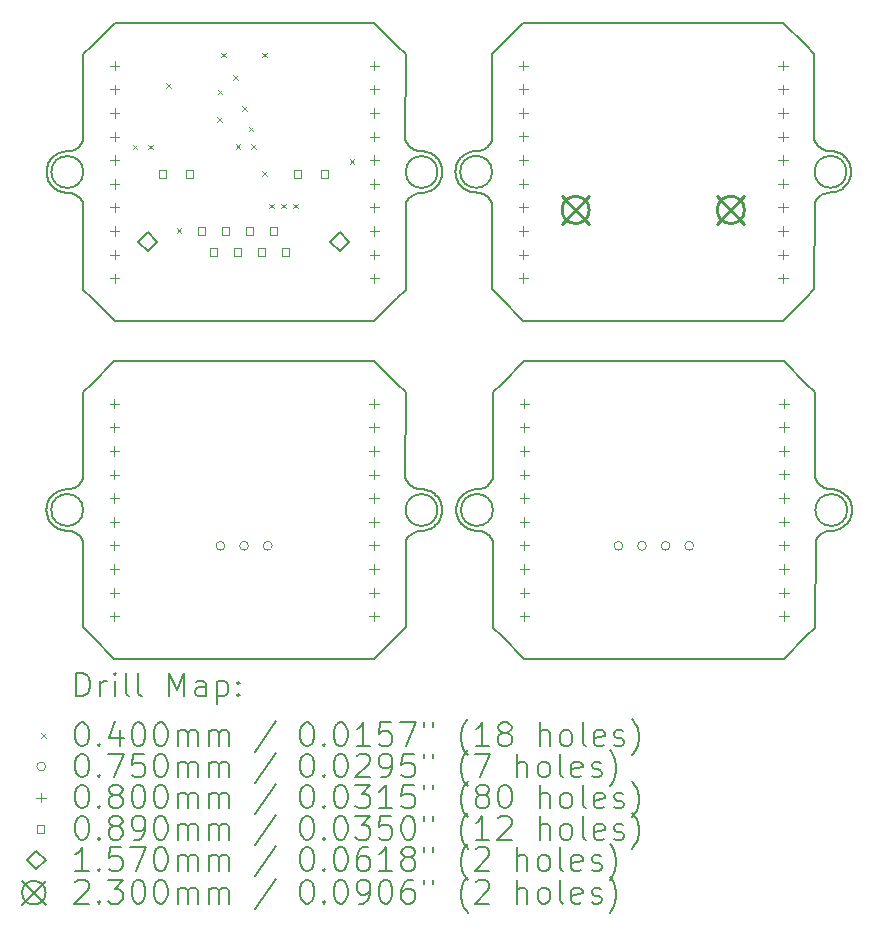
<source format=gbr>
%TF.GenerationSoftware,KiCad,Pcbnew,7.0.7*%
%TF.CreationDate,2023-10-04T22:58:44-06:00*%
%TF.ProjectId,Modular_Interfaces,4d6f6475-6c61-4725-9f49-6e7465726661,rev?*%
%TF.SameCoordinates,Original*%
%TF.FileFunction,Drillmap*%
%TF.FilePolarity,Positive*%
%FSLAX45Y45*%
G04 Gerber Fmt 4.5, Leading zero omitted, Abs format (unit mm)*
G04 Created by KiCad (PCBNEW 7.0.7) date 2023-10-04 22:58:44*
%MOMM*%
%LPD*%
G01*
G04 APERTURE LIST*
%ADD10C,0.150000*%
%ADD11C,0.200000*%
%ADD12C,0.040000*%
%ADD13C,0.075000*%
%ADD14C,0.080000*%
%ADD15C,0.089000*%
%ADD16C,0.157000*%
%ADD17C,0.230000*%
G04 APERTURE END LIST*
D10*
X15411971Y-10488499D02*
X15417845Y-10496591D01*
X12273132Y-10770312D02*
X12283124Y-10770669D01*
X15449282Y-7728789D02*
X15449275Y-7738788D01*
X15665486Y-10438381D02*
X15656644Y-10443049D01*
X18887100Y-10694316D02*
X18881216Y-10702399D01*
X12099001Y-10610404D02*
X12100147Y-10620336D01*
X15572673Y-7795967D02*
X15576573Y-7805174D01*
X12114130Y-10522687D02*
X12110242Y-10531899D01*
X15398732Y-10717394D02*
X15391555Y-10724356D01*
X15139350Y-8728678D02*
X15064350Y-8803678D01*
X12357430Y-10797462D02*
X12365350Y-10803564D01*
X15446551Y-10620336D02*
X15444839Y-10630187D01*
X12225240Y-7901646D02*
X12234913Y-7904176D01*
X12274133Y-7908678D02*
X12284125Y-7909035D01*
X18728581Y-7557174D02*
X18735700Y-7557348D01*
D11*
X18877729Y-10595412D02*
G75*
G03*
X18877729Y-10595412I-135000J0D01*
G01*
D10*
X12409828Y-10325151D02*
X12406051Y-10334409D01*
X15686377Y-7564442D02*
X15676869Y-7567533D01*
X15648083Y-10448214D02*
X15639831Y-10453860D01*
X18650728Y-10803664D02*
X18643247Y-10810296D01*
X18803644Y-7893620D02*
X18794323Y-7897237D01*
X15405645Y-10480757D02*
X15411971Y-10488499D01*
X15314003Y-7563229D02*
X15323672Y-7565772D01*
X15384164Y-10459868D02*
X15391718Y-10466417D01*
X12104131Y-10639925D02*
X12106955Y-10649516D01*
X15847245Y-7505243D02*
X15840569Y-7512686D01*
X18908933Y-7707542D02*
X18910067Y-7717476D01*
X12141053Y-10480757D02*
X12134727Y-10488499D01*
X18619442Y-10352136D02*
X18625035Y-10360424D01*
X12214726Y-10760201D02*
X12224239Y-10763280D01*
X18765335Y-7904820D02*
X18755437Y-7906231D01*
X15313787Y-7904176D02*
X15303985Y-7906150D01*
X18902094Y-7786552D02*
X18898727Y-7795967D01*
X18898727Y-7795967D02*
X18894827Y-7805174D01*
X15863997Y-7480420D02*
X15858987Y-7489072D01*
X12188265Y-7581315D02*
X12179704Y-7586480D01*
X15745475Y-7907705D02*
X15755418Y-7908750D01*
X12119642Y-7815473D02*
X12124566Y-7824175D01*
X18910625Y-7737458D02*
X18910048Y-7747440D01*
X15155655Y-10360324D02*
X15161804Y-10368207D01*
X15302984Y-10767784D02*
X15293086Y-10769195D01*
X15137871Y-7463518D02*
X15141648Y-7472775D01*
X15603549Y-7847070D02*
X15610317Y-7854430D01*
X12134727Y-10488499D02*
X12128853Y-10496591D01*
X15782000Y-10775943D02*
X15791516Y-10779008D01*
X18890511Y-7650749D02*
X18894919Y-7659723D01*
X12233696Y-10424863D02*
X12224027Y-10427406D01*
X12379837Y-10817329D02*
X12386335Y-10824928D01*
X15140647Y-10334409D02*
X15145052Y-10343384D01*
X12196305Y-10752440D02*
X12205405Y-10756584D01*
X15945700Y-6662348D02*
X16135700Y-6472348D01*
X15145052Y-10343384D02*
X15150062Y-10352036D01*
X18853372Y-10730996D02*
X18845448Y-10737094D01*
X15273566Y-10770312D02*
X15263574Y-10770669D01*
X18742729Y-10420412D02*
X18752724Y-10420697D01*
X18791839Y-10763380D02*
X18782166Y-10765910D01*
X18606250Y-10325251D02*
X18610027Y-10334509D01*
X15236629Y-10415600D02*
X15246384Y-10417790D01*
X15207275Y-7925332D02*
X15198591Y-7930287D01*
X12100116Y-10570506D02*
X12098982Y-10580440D01*
X12402647Y-7481750D02*
X12397637Y-7490402D01*
X12392044Y-7498690D02*
X12385895Y-7506573D01*
X18845627Y-10453860D02*
X18853544Y-10459968D01*
X15566482Y-7776961D02*
X15569306Y-7786552D01*
X15832793Y-10389173D02*
X15824734Y-10395090D01*
D11*
X15409350Y-7733678D02*
G75*
G03*
X15409350Y-7733678I-135000J0D01*
G01*
D10*
X15762447Y-10771814D02*
X15772295Y-10773541D01*
X18670935Y-7542133D02*
X18680035Y-7546275D01*
X18735610Y-10420237D02*
X18742729Y-10420412D01*
X18693942Y-10779008D02*
X18684659Y-10782722D01*
X12129979Y-7832582D02*
X12135863Y-7840666D01*
X18342729Y-9335412D02*
X18162729Y-9335412D01*
X15871026Y-10343484D02*
X15866016Y-10352136D01*
X18342729Y-11855412D02*
X16142729Y-11855412D01*
X18853906Y-7861392D02*
X18846343Y-7867932D01*
X15224562Y-10778908D02*
X15215279Y-10782622D01*
X15784487Y-7915944D02*
X15793770Y-7919658D01*
X18765553Y-7559913D02*
X18775353Y-7561899D01*
X15392719Y-7604784D02*
X15399887Y-7611754D01*
X18867996Y-7617793D02*
X18874322Y-7625536D01*
X15631914Y-10459968D02*
X15624360Y-10466517D01*
X15423133Y-10685809D02*
X15417720Y-10694216D01*
X15341293Y-10756584D02*
X15331972Y-10760201D01*
X15755418Y-7908750D02*
X15765266Y-7910477D01*
X15436456Y-10531899D02*
X15439811Y-10541318D01*
X15439743Y-10649516D02*
X15436376Y-10658931D01*
X12098417Y-10590423D02*
X12098424Y-10600422D01*
X12320652Y-7551111D02*
X12311070Y-7553966D01*
X15323672Y-7565772D02*
X15333181Y-7568863D01*
X15870700Y-8727348D02*
X15945700Y-8802348D01*
X16135700Y-6472348D02*
X18155700Y-6472348D01*
X18643247Y-10810296D02*
X18636241Y-10817429D01*
X18901856Y-10668237D02*
X18897437Y-10677207D01*
X15439811Y-10541318D02*
X15442623Y-10550913D01*
X15235079Y-7914209D02*
X15225563Y-7917274D01*
X15842188Y-7954365D02*
X15848686Y-7961964D01*
X15952729Y-11665412D02*
X16142729Y-11855412D01*
X12099418Y-7728789D02*
X12099425Y-7738788D01*
X12263354Y-10420597D02*
X12253393Y-10421453D01*
X15399733Y-7855760D02*
X15392556Y-7862722D01*
X18910067Y-7717476D02*
X18910632Y-7727459D01*
X15625057Y-7867932D02*
X15632981Y-7874030D01*
X18803848Y-7571162D02*
X18812943Y-7575317D01*
X15447552Y-7758702D02*
X15445840Y-7768553D01*
X15174868Y-7948563D02*
X15167862Y-7955695D01*
X18742946Y-10770412D02*
X18742946Y-10770412D01*
X12338114Y-10405097D02*
X12329014Y-10409238D01*
X18609411Y-10859328D02*
X18607729Y-11590412D01*
X15722773Y-10421553D02*
X15712876Y-10422977D01*
X15769694Y-10417890D02*
X15759812Y-10419405D01*
X18910632Y-7727459D02*
X18910625Y-7737458D01*
X15359434Y-10442949D02*
X15367995Y-10448114D01*
X15322459Y-10763280D02*
X15312786Y-10765810D01*
X12323137Y-7917274D02*
X12332420Y-7920988D01*
X18630831Y-7512686D02*
X18638003Y-7519652D01*
X15800465Y-7542133D02*
X15791365Y-7546275D01*
X18812744Y-7889476D02*
X18803644Y-7893620D01*
X15063349Y-9525312D02*
X14873349Y-9335312D01*
X18860935Y-10724456D02*
X18853372Y-10730996D01*
X18917661Y-10590523D02*
X18917655Y-10600522D01*
X18629743Y-10825028D02*
X18623784Y-10833056D01*
X15819781Y-7934498D02*
X15827701Y-7940600D01*
X18525700Y-6662348D02*
X18335700Y-6472348D01*
X15141032Y-7997594D02*
X15139350Y-8728678D01*
X18653695Y-7532026D02*
X18662141Y-7537376D01*
X15879208Y-10325251D02*
X15877729Y-9600412D01*
X15592831Y-10505104D02*
X15587918Y-10513813D01*
X15144214Y-10850147D02*
X15140031Y-10859228D01*
X15567804Y-10600522D02*
X15568381Y-10610504D01*
X15156656Y-7498690D02*
X15162805Y-7506573D01*
X18732955Y-10770769D02*
X18723011Y-10771814D01*
X18917077Y-10610504D02*
X18915931Y-10620436D01*
X15759812Y-10419405D02*
X15749848Y-10420237D01*
X15567797Y-10590523D02*
X15567804Y-10600522D01*
X12135728Y-7626866D02*
X12129854Y-7634957D01*
X12106887Y-10541318D02*
X12104075Y-10550913D01*
X12409350Y-6738678D02*
X12484350Y-6663678D01*
X15424134Y-7824175D02*
X15418721Y-7832582D01*
X15360242Y-7886149D02*
X15351394Y-7890806D01*
X15649615Y-7579985D02*
X15641054Y-7585150D01*
X12196106Y-10438281D02*
X12187264Y-10442949D01*
X12312620Y-10775843D02*
X12322136Y-10778908D01*
X15151063Y-7490402D02*
X15156656Y-7498690D01*
X15436376Y-10658931D02*
X15432476Y-10668137D01*
X15809804Y-10787066D02*
X15818488Y-10792021D01*
X18666970Y-10792021D02*
X18658648Y-10797562D01*
X15561352Y-7747440D02*
X15562498Y-7757372D01*
X12102860Y-7768553D02*
X12105132Y-7778291D01*
X12197306Y-7890806D02*
X12206406Y-7894950D01*
X15725926Y-7907075D02*
X15735483Y-7907348D01*
X15432568Y-10522687D02*
X15436456Y-10531899D01*
X12111243Y-7670265D02*
X12107888Y-7679684D01*
X18752503Y-10770139D02*
X18742946Y-10770412D01*
X18669170Y-10400440D02*
X18677964Y-10405197D01*
X18838419Y-7874030D02*
X18830160Y-7879665D01*
X15189268Y-10797462D02*
X15181348Y-10803564D01*
X18880196Y-7633627D02*
X18885599Y-7642040D01*
X12303916Y-7911807D02*
X12313621Y-7914209D01*
X12115131Y-7661053D02*
X12111243Y-7670265D01*
X15732955Y-10770139D02*
X15742512Y-10770412D01*
X18819773Y-10752540D02*
X18810674Y-10756684D01*
X12243496Y-10422877D02*
X12233696Y-10424863D01*
X18638003Y-7519652D02*
X18645636Y-7526109D01*
X15433569Y-7661053D02*
X15437457Y-7670265D01*
X18909191Y-10541418D02*
X18912003Y-10551013D01*
X15849217Y-10817429D02*
X15855715Y-10825028D01*
X15562467Y-7707542D02*
X15561333Y-7717476D01*
X15283344Y-10420597D02*
X15293306Y-10421453D01*
X12331419Y-10782622D02*
X12340424Y-10786966D01*
X18658648Y-10797562D02*
X18650728Y-10803664D01*
X15417845Y-10496591D02*
X15423248Y-10505004D01*
X18904974Y-7687949D02*
X18907234Y-7697689D01*
X15445884Y-7699019D02*
X15447583Y-7708872D01*
X15833397Y-7519652D02*
X15825764Y-7526109D01*
X15569306Y-7786552D02*
X15572673Y-7795967D01*
X15610317Y-7854430D02*
X15617494Y-7861392D01*
X15284345Y-7558964D02*
X15294306Y-7559820D01*
X12264355Y-7558964D02*
X12254393Y-7559820D01*
X15617192Y-10473488D02*
X15610433Y-10480857D01*
X15774971Y-7912879D02*
X15784487Y-7915944D01*
X18602382Y-7996264D02*
X18600700Y-8727348D01*
X12363413Y-10389073D02*
X12355354Y-10394990D01*
X12155981Y-7604784D02*
X12148813Y-7611754D01*
X15597078Y-7625536D02*
X15591204Y-7633627D01*
X15246384Y-10417790D02*
X15256266Y-10419305D01*
X15869018Y-7996264D02*
X15870700Y-8727348D01*
X18785023Y-7564442D02*
X18794531Y-7567533D01*
X18837375Y-10448214D02*
X18845627Y-10453860D01*
X18828814Y-10443049D02*
X18837375Y-10448214D01*
X12123451Y-10505004D02*
X12118538Y-10513713D01*
X18775137Y-7902846D02*
X18765335Y-7904820D01*
X15391555Y-10724356D02*
X15383992Y-10730896D01*
X12384894Y-10368207D02*
X12378218Y-10375649D01*
X12188458Y-7886149D02*
X12197306Y-7890806D01*
X18735917Y-7907348D02*
X18725925Y-7907705D01*
X15732734Y-10420697D02*
X15722773Y-10421553D01*
X15376247Y-10453760D02*
X15384164Y-10459868D01*
X18917655Y-10600522D02*
X18917077Y-10610504D01*
X12483349Y-9525312D02*
X12673349Y-9335312D01*
X12142199Y-7848400D02*
X12148967Y-7855760D01*
X15722992Y-10769295D02*
X15732955Y-10770139D01*
X15597213Y-7839336D02*
X15603549Y-7847070D01*
X15350393Y-10752440D02*
X15341293Y-10756584D01*
X18684659Y-10782722D02*
X18675654Y-10787066D01*
X12253612Y-10769195D02*
X12263575Y-10770039D01*
X15256266Y-10419305D02*
X15266230Y-10420137D01*
X15571239Y-10630287D02*
X15573511Y-10640025D01*
X12099983Y-7718806D02*
X12099418Y-7728789D01*
X18623784Y-10833056D02*
X18618392Y-10841475D01*
X15569238Y-7678354D02*
X15566426Y-7687949D01*
X12407668Y-7997594D02*
X12409350Y-8728678D01*
X15138349Y-9600312D02*
X15063349Y-9525312D01*
X12483349Y-11665312D02*
X12673349Y-11855312D01*
X18830160Y-7879665D02*
X18821592Y-7884819D01*
X12264576Y-7908405D02*
X12274133Y-7908678D01*
X12329014Y-10409238D02*
X12319651Y-10412745D01*
X15579702Y-10659031D02*
X15583602Y-10668237D01*
X12290432Y-10419305D02*
X12280468Y-10420137D01*
X15150062Y-10352036D02*
X15155655Y-10360324D01*
X15198591Y-7930287D02*
X15190269Y-7935828D01*
X18911947Y-10640025D02*
X18909123Y-10649616D01*
X15303985Y-7906150D02*
X15294087Y-7907561D01*
X15604107Y-10488599D02*
X15598233Y-10496691D01*
X15244784Y-7911807D02*
X15235079Y-7914209D01*
X12332420Y-7920988D02*
X12341425Y-7925332D01*
X18838598Y-7590796D02*
X18846515Y-7596904D01*
X15273349Y-10420312D02*
X15283344Y-10420597D01*
X15181348Y-10803564D02*
X15173867Y-10810196D01*
X12118641Y-10677107D02*
X12123565Y-10685809D01*
X15677077Y-7897237D02*
X15686590Y-7900316D01*
X18782382Y-10424963D02*
X18792052Y-10427506D01*
X18821785Y-7579985D02*
X18830346Y-7585150D01*
X18837189Y-10742729D02*
X18828621Y-10747883D01*
X15568362Y-10580540D02*
X15567797Y-10590523D01*
X18890408Y-7814143D02*
X18885484Y-7822845D01*
X15840426Y-10382716D02*
X15832793Y-10389173D01*
X15573455Y-10551013D02*
X15571195Y-10560753D01*
X18613594Y-10850247D02*
X18609411Y-10859328D01*
X15449275Y-7738788D02*
X15448698Y-7748770D01*
X18622714Y-7961964D02*
X18616755Y-7969992D01*
X12397637Y-7490402D02*
X12392044Y-7498690D01*
X18752724Y-10420697D02*
X18762686Y-10421553D01*
X15351593Y-7576647D02*
X15360435Y-7581315D01*
X15585916Y-7822845D02*
X15591329Y-7831252D01*
X14873349Y-11855312D02*
X12673349Y-11855312D01*
X15140031Y-10859228D02*
X15138349Y-11590312D01*
X15155405Y-7971322D02*
X15150013Y-7979742D01*
X12098424Y-10600422D02*
X12099001Y-10610404D01*
X15587918Y-10513813D02*
X15583510Y-10522787D01*
X15749848Y-10420237D02*
X15742729Y-10420412D01*
X15253631Y-10771714D02*
X15243783Y-10773441D01*
X14873349Y-9335312D02*
X14693349Y-9335312D01*
X15818488Y-10792021D02*
X15826810Y-10797562D01*
X18894827Y-7805174D02*
X18890408Y-7814143D01*
X18861083Y-7854430D02*
X18853906Y-7861392D01*
X15448281Y-10590423D02*
X15448274Y-10600422D01*
X15656837Y-10747883D02*
X15665685Y-10752540D01*
X12141198Y-10710034D02*
X12147966Y-10717394D01*
X15817705Y-7532026D02*
X15809259Y-7537376D01*
X15424248Y-7643370D02*
X15429161Y-7652079D01*
X15860423Y-10360424D02*
X15854274Y-10368307D01*
X18881351Y-10488599D02*
X18887225Y-10496691D01*
X12371046Y-10382616D02*
X12363413Y-10389073D01*
X18668625Y-7924002D02*
X18659941Y-7928957D01*
X12347909Y-7538706D02*
X12339115Y-7543463D01*
X15215279Y-10782622D02*
X15206274Y-10786966D01*
X12179704Y-7586480D02*
X12171452Y-7592126D01*
X15445840Y-7768553D02*
X15443568Y-7778291D01*
X18908902Y-7757372D02*
X18907190Y-7767223D01*
X15624885Y-7596904D02*
X15617331Y-7603454D01*
X12110322Y-10658931D02*
X12114222Y-10668137D01*
X12106955Y-10649516D02*
X12110322Y-10658931D01*
X15945700Y-8802348D02*
X16135700Y-8992348D01*
X18861237Y-7610424D02*
X18867996Y-7617793D01*
X18686913Y-7915944D02*
X18677630Y-7919658D01*
X12401646Y-10343384D02*
X12396636Y-10352036D01*
X18905836Y-10531999D02*
X18909191Y-10541418D01*
X18606565Y-7987183D02*
X18602382Y-7996264D01*
X15725705Y-7557634D02*
X15715743Y-7558490D01*
X18853544Y-10459968D02*
X18861098Y-10466517D01*
X15168480Y-10375649D02*
X15175652Y-10382616D01*
X12233912Y-10765810D02*
X12243714Y-10767784D01*
X12402484Y-10850147D02*
X12406667Y-10859228D01*
X15583510Y-10522787D02*
X15579622Y-10531999D01*
X12155143Y-10724356D02*
X12162706Y-10730896D01*
X18861098Y-10466517D02*
X18868266Y-10473488D01*
X15667552Y-7571162D02*
X15658457Y-7575317D01*
X15341497Y-10434126D02*
X15350592Y-10438281D01*
X15789031Y-10412845D02*
X15779449Y-10415700D01*
X15683898Y-10430597D02*
X15674581Y-10434226D01*
X18801561Y-10430597D02*
X18810877Y-10434226D01*
X12124451Y-7643370D02*
X12119539Y-7652079D01*
X12163535Y-7598234D02*
X12155981Y-7604784D01*
X15802775Y-7924002D02*
X15811459Y-7928957D01*
X15383992Y-10730896D02*
X15376068Y-10736994D01*
X15376068Y-10736994D02*
X15367809Y-10742629D01*
X12313621Y-7914209D02*
X12323137Y-7917274D01*
X15855715Y-10825028D02*
X15861674Y-10833056D01*
X15665685Y-10752540D02*
X15674785Y-10756684D01*
X15274567Y-7908678D02*
X15274567Y-7908678D01*
X15234078Y-10775843D02*
X15224562Y-10778908D01*
X15658457Y-7575317D02*
X15649615Y-7579985D01*
X18821592Y-7884819D02*
X18812744Y-7889476D01*
X18600700Y-8727348D02*
X18525700Y-8802348D01*
X15273566Y-10770312D02*
X15273566Y-10770312D01*
X18810674Y-10756684D02*
X18801352Y-10760301D01*
X12484350Y-6663678D02*
X12674350Y-6473678D01*
X15858987Y-7489072D02*
X15853394Y-7497360D01*
X18830346Y-7585150D02*
X18838598Y-7590796D01*
X15564210Y-7767223D02*
X15566482Y-7776961D01*
X18600700Y-6737348D02*
X18525700Y-6662348D01*
X12310069Y-10415600D02*
X12300314Y-10417790D01*
X12339115Y-7543463D02*
X12330015Y-7547605D01*
X15674785Y-10756684D02*
X15684106Y-10760301D01*
X15432476Y-10668137D02*
X15428057Y-10677107D01*
X18755657Y-7558490D02*
X18765553Y-7559913D01*
X15313002Y-10424863D02*
X15322672Y-10427406D01*
X12392294Y-10832956D02*
X12397686Y-10841375D01*
X18680035Y-7546275D02*
X18689398Y-7549781D01*
X15391718Y-10466417D02*
X15398886Y-10473388D01*
X12124566Y-7824175D02*
X12129979Y-7832582D01*
X18772364Y-10767884D02*
X18762466Y-10769295D01*
X15284124Y-7908405D02*
X15274567Y-7908678D01*
D11*
X12409350Y-7733678D02*
G75*
G03*
X12409350Y-7733678I-135000J0D01*
G01*
D10*
X15693407Y-10427506D02*
X15683898Y-10430597D01*
X12154980Y-10466417D02*
X12147812Y-10473388D01*
X15063349Y-11665312D02*
X14873349Y-11855312D01*
X15568381Y-10610504D02*
X15569527Y-10620436D01*
X15175652Y-10382616D02*
X15183285Y-10389073D01*
X12105076Y-7689279D02*
X12102816Y-7699019D01*
X15800799Y-10782722D02*
X15809804Y-10787066D01*
X15150013Y-7979742D02*
X15145215Y-7988513D01*
X12197107Y-7576647D02*
X12188265Y-7581315D01*
X12102816Y-7699019D02*
X12101117Y-7708872D01*
X15412837Y-7840666D02*
X15406501Y-7848400D01*
X15359241Y-10747783D02*
X15350393Y-10752440D01*
X15848686Y-7961964D02*
X15854645Y-7969992D01*
X18912003Y-10551013D02*
X18914263Y-10560753D01*
X12142054Y-7619123D02*
X12135728Y-7626866D01*
X15176653Y-7520982D02*
X15184286Y-7527439D01*
X15580992Y-7814143D02*
X15585916Y-7822845D01*
X15392556Y-7862722D02*
X15384993Y-7869262D01*
X12294068Y-7910080D02*
X12303916Y-7911807D01*
X15872179Y-7462188D02*
X15868402Y-7471445D01*
X15377069Y-7875360D02*
X15368810Y-7880995D01*
X15405500Y-10710034D02*
X15398732Y-10717394D01*
X15443568Y-7778291D02*
X15440744Y-7787882D01*
X18846515Y-7596904D02*
X18854069Y-7603454D01*
X18713164Y-10773541D02*
X18703458Y-10775943D01*
X14874350Y-8993678D02*
X12674350Y-8993678D01*
X15447716Y-10580440D02*
X15448281Y-10590423D01*
X15641054Y-7585150D02*
X15632802Y-7590796D01*
X18898807Y-7668935D02*
X18902162Y-7678354D01*
X12291433Y-7557671D02*
X12281469Y-7558504D01*
X15854274Y-10368307D02*
X15847598Y-10375749D01*
X15437377Y-7797297D02*
X15433477Y-7806504D01*
X15433477Y-7806504D02*
X15429058Y-7815473D01*
X15141648Y-7472775D02*
X15146053Y-7481750D01*
X18660724Y-10395090D02*
X18669170Y-10400440D01*
X15247385Y-7556156D02*
X15257267Y-7557671D01*
X18874880Y-10710134D02*
X18868112Y-10717494D01*
X15791516Y-10779008D02*
X15800799Y-10782722D01*
X18762466Y-10769295D02*
X18752503Y-10770139D01*
X18662141Y-7537376D02*
X18670935Y-7542133D01*
X12206202Y-7572492D02*
X12197107Y-7576647D01*
X15840569Y-7512686D02*
X15833397Y-7519652D01*
X12373832Y-7948563D02*
X12380838Y-7955695D01*
X18772582Y-10422977D02*
X18782382Y-10424963D01*
X15225563Y-7917274D02*
X15216280Y-7920988D01*
X18675654Y-10787066D02*
X18666970Y-10792021D01*
X18599221Y-7462188D02*
X18600700Y-6737348D01*
X12147812Y-10473388D02*
X12141053Y-10480757D01*
X15448274Y-10600422D02*
X15447697Y-10610404D01*
X18607729Y-11590412D02*
X18532729Y-11665412D01*
X18762686Y-10421553D02*
X18772582Y-10422977D01*
X18677964Y-10405197D02*
X18687064Y-10409338D01*
X15417720Y-10694216D02*
X15411836Y-10702299D01*
X18636241Y-10817429D02*
X18629743Y-10825028D01*
X15216280Y-7920988D02*
X15207275Y-7925332D01*
X15263574Y-10770669D02*
X15253631Y-10771714D01*
X12274350Y-7558678D02*
X12264355Y-7558964D01*
X15342498Y-7572492D02*
X15351593Y-7576647D01*
X12409350Y-8728678D02*
X12484350Y-8803678D01*
X15617346Y-10717494D02*
X15624523Y-10724456D01*
X12396636Y-10352036D02*
X12391043Y-10360324D01*
X12322136Y-10778908D02*
X12331419Y-10782622D01*
X18651619Y-7934498D02*
X18643699Y-7940600D01*
X15879208Y-10325251D02*
X15875431Y-10334509D01*
X12302915Y-10773441D02*
X12312620Y-10775843D01*
X15798394Y-10409338D02*
X15789031Y-10412845D01*
X18624155Y-7505243D02*
X18630831Y-7512686D01*
X15867066Y-10841475D02*
X15871864Y-10850247D01*
X15826810Y-10797562D02*
X15834730Y-10803664D01*
X15576573Y-7805174D02*
X15580992Y-7814143D01*
X18689398Y-7549781D02*
X18698980Y-7552636D01*
X18610027Y-10334509D02*
X18614432Y-10343484D01*
X18718617Y-7556341D02*
X18728581Y-7557174D01*
X15877729Y-9600412D02*
X15952729Y-9525412D01*
X12409828Y-10325151D02*
X12408349Y-9600312D01*
X12115223Y-7806504D02*
X12119642Y-7815473D01*
X12205201Y-10434126D02*
X12196106Y-10438281D01*
X18845448Y-10737094D02*
X18837189Y-10742729D01*
X12293067Y-10771714D02*
X12302915Y-10773441D01*
X18631184Y-10368307D02*
X18637860Y-10375749D01*
X15406646Y-7619123D02*
X15412972Y-7626866D01*
X18885484Y-7822845D02*
X18880071Y-7831252D01*
X15583602Y-10668237D02*
X15588021Y-10677207D01*
D11*
X12408349Y-10595312D02*
G75*
G03*
X12408349Y-10595312I-135000J0D01*
G01*
D10*
X18659941Y-7928957D02*
X18651619Y-7934498D01*
X15864835Y-7987183D02*
X15869018Y-7996264D01*
X18703458Y-10775943D02*
X18693942Y-10779008D01*
X15580889Y-7650749D02*
X15576481Y-7659723D01*
X12407052Y-7472775D02*
X12402647Y-7481750D01*
X12099425Y-7738788D02*
X12100002Y-7748770D01*
X18687064Y-10409338D02*
X18696427Y-10412845D01*
X12484350Y-8803678D02*
X12674350Y-8993678D01*
X18599221Y-7462188D02*
X18602998Y-7471445D01*
X15412972Y-7626866D02*
X15418846Y-7634957D01*
X12224239Y-10763280D02*
X12233912Y-10765810D01*
X15624360Y-10466517D02*
X15617192Y-10473488D01*
X15640010Y-10737094D02*
X15648269Y-10742729D01*
X18892628Y-10505104D02*
X18897541Y-10513813D01*
X15162805Y-7506573D02*
X15169481Y-7514016D01*
X12380838Y-7955695D02*
X12387336Y-7963294D01*
X12283124Y-10770669D02*
X12293067Y-10771714D01*
X15564166Y-7697689D02*
X15562467Y-7707542D01*
X15648269Y-10742729D02*
X15656837Y-10747883D01*
X12301315Y-7556156D02*
X12291433Y-7557671D01*
X18874187Y-7839336D02*
X18867851Y-7847070D01*
X15333181Y-7568863D02*
X15342498Y-7572492D01*
X18828621Y-10747883D02*
X18819773Y-10752540D01*
X15624523Y-10724456D02*
X15632086Y-10730996D01*
X15703292Y-10765910D02*
X15713094Y-10767884D01*
X12253393Y-10421453D02*
X12243496Y-10422877D01*
X15206274Y-10786966D02*
X15197590Y-10791921D01*
X18868112Y-10717494D02*
X18860935Y-10724456D01*
X12179890Y-7880995D02*
X12188458Y-7886149D01*
X12254393Y-7559820D02*
X12244497Y-7561243D01*
X12148813Y-7611754D02*
X12142054Y-7619123D01*
X15686590Y-7900316D02*
X15696263Y-7902846D01*
X18696427Y-10412845D02*
X18706009Y-10415700D01*
X14874350Y-6473678D02*
X14694350Y-6473678D01*
X15610433Y-10480857D02*
X15604107Y-10488599D01*
X12234913Y-7904176D02*
X12244715Y-7906150D01*
X15294306Y-7559820D02*
X15304203Y-7561243D01*
X12349108Y-10791921D02*
X12357430Y-10797462D01*
X18618392Y-10841475D02*
X18613594Y-10850247D01*
X18645636Y-7526109D02*
X18653695Y-7532026D01*
X15560775Y-7737458D02*
X15561352Y-7747440D01*
X18708735Y-7554826D02*
X18718617Y-7556341D01*
X18907190Y-7767223D02*
X18904918Y-7776961D01*
X12346908Y-10400340D02*
X12338114Y-10405097D01*
X15706065Y-7904820D02*
X15715963Y-7906231D01*
X18532729Y-11665412D02*
X18342729Y-11855412D01*
X15571195Y-10560753D02*
X15569496Y-10570606D01*
X15160363Y-10824928D02*
X15154404Y-10832956D01*
X18706134Y-7910477D02*
X18696429Y-7912879D01*
X15703076Y-10424963D02*
X15693407Y-10427506D01*
X15182349Y-7941930D02*
X15174868Y-7948563D01*
X12110242Y-10531899D02*
X12106887Y-10541318D01*
X18810877Y-10434226D02*
X18819972Y-10438381D01*
X18735700Y-7557348D02*
X18745695Y-7557634D01*
X15173867Y-10810196D02*
X15166861Y-10817329D01*
X15237630Y-7553966D02*
X15247385Y-7556156D01*
X15576267Y-10541418D02*
X15573455Y-10551013D01*
X18606250Y-10325251D02*
X18607729Y-9600412D01*
X15742512Y-10770412D02*
X15752504Y-10770769D01*
X18875025Y-10480857D02*
X18881351Y-10488599D01*
X15429161Y-7652079D02*
X15433569Y-7661053D01*
X15428057Y-10677107D02*
X15423133Y-10685809D01*
X18715764Y-10417890D02*
X18725647Y-10419405D01*
X15161804Y-10368207D02*
X15168480Y-10375649D01*
X15399887Y-7611754D02*
X15406646Y-7619123D01*
X18715982Y-7908750D02*
X18706134Y-7910477D01*
X15429058Y-7815473D02*
X15424134Y-7824175D01*
X18907234Y-7697689D02*
X18908933Y-7707542D01*
X15632086Y-10730996D02*
X15640010Y-10737094D01*
X18801352Y-10760301D02*
X18791839Y-10763380D01*
X12187264Y-10442949D02*
X12178703Y-10448114D01*
X15569496Y-10570606D02*
X15568362Y-10580540D01*
X18909123Y-10649616D02*
X18905756Y-10659031D01*
X12162706Y-10730896D02*
X12170630Y-10736994D01*
X15257267Y-7557671D02*
X15267231Y-7558504D01*
X15293306Y-10421453D02*
X15303202Y-10422877D01*
X15871864Y-10850247D02*
X15876047Y-10859328D01*
X15448698Y-7748770D02*
X15447552Y-7758702D01*
X12273349Y-10420312D02*
X12263354Y-10420597D01*
X12330015Y-7547605D02*
X12320652Y-7551111D01*
X12101148Y-7758702D02*
X12102860Y-7768553D01*
X15154404Y-10832956D02*
X15149012Y-10841375D01*
X12356355Y-7533356D02*
X12347909Y-7538706D01*
X15368810Y-7880995D02*
X15360242Y-7886149D01*
X12170630Y-10736994D02*
X12178889Y-10742629D01*
X12319651Y-10412745D02*
X12310069Y-10415600D01*
X15423248Y-10505004D02*
X15428160Y-10513713D01*
X15713094Y-10767884D02*
X15722992Y-10769295D01*
X15139350Y-6738678D02*
X15064350Y-6663678D01*
X12341425Y-7925332D02*
X12350109Y-7930287D01*
X15243783Y-10773441D02*
X15234078Y-10775843D01*
X15442567Y-10639925D02*
X15439743Y-10649516D01*
X15274350Y-7558678D02*
X15284345Y-7558964D01*
X18902162Y-7678354D02*
X18904974Y-7687949D01*
X12098982Y-10580440D02*
X12098417Y-10590423D01*
X15588021Y-10677207D02*
X15592945Y-10685909D01*
X18612413Y-7489072D02*
X18618006Y-7497360D01*
X15693619Y-10763380D02*
X15703292Y-10765910D01*
X15283123Y-10770039D02*
X15273566Y-10770312D01*
X15447583Y-7708872D02*
X15448717Y-7718806D01*
X18645032Y-10382716D02*
X18652665Y-10389173D01*
X15448717Y-7718806D02*
X15449282Y-7728789D01*
X15184286Y-7527439D02*
X15192345Y-7533356D01*
X15136870Y-10325151D02*
X15140647Y-10334409D01*
X15331972Y-10760201D02*
X15322459Y-10763280D01*
X15323460Y-7901646D02*
X15313787Y-7904176D01*
X18885599Y-7642040D02*
X18890511Y-7650749D01*
X15779449Y-10415700D02*
X15769694Y-10417890D01*
X15868402Y-7471445D02*
X15863997Y-7480420D01*
X15377248Y-7592126D02*
X15385165Y-7598234D01*
X18892513Y-10685909D02*
X18887100Y-10694316D01*
X15576481Y-7659723D02*
X15572593Y-7668935D01*
X15676869Y-7567533D02*
X15667552Y-7571162D01*
X12214518Y-10430497D02*
X12205201Y-10434126D01*
X15667756Y-7893620D02*
X15677077Y-7897237D01*
D11*
X18870700Y-7732348D02*
G75*
G03*
X18870700Y-7732348I-135000J0D01*
G01*
D10*
X15384993Y-7869262D02*
X15377069Y-7875360D01*
X15809259Y-7537376D02*
X15800465Y-7542133D01*
X12674350Y-6473678D02*
X14694350Y-6473678D01*
X12372831Y-10810196D02*
X12379837Y-10817329D01*
X15765266Y-7910477D02*
X15774971Y-7912879D01*
X12243714Y-10767784D02*
X12253612Y-10769195D01*
D11*
X15408349Y-10595312D02*
G75*
G03*
X15408349Y-10595312I-135000J0D01*
G01*
D10*
X18867851Y-7847070D02*
X18861083Y-7854430D01*
X15183285Y-10389073D02*
X15191344Y-10394990D01*
X15192345Y-7533356D02*
X15200791Y-7538706D01*
X12129854Y-7634957D02*
X12124451Y-7643370D01*
X18643699Y-7940600D02*
X18636218Y-7947233D01*
X15579622Y-10531999D02*
X15576267Y-10541418D01*
X15576335Y-10649616D02*
X15579702Y-10659031D01*
X15772295Y-10773541D02*
X15782000Y-10775943D01*
X12128978Y-10694216D02*
X12134862Y-10702299D01*
X12386335Y-10824928D02*
X12392294Y-10832956D01*
X15752504Y-10770769D02*
X15762447Y-10771814D01*
X18880071Y-7831252D02*
X18874187Y-7839336D01*
X12410829Y-7463518D02*
X12409350Y-6738678D01*
X12379219Y-7514016D02*
X12372047Y-7520982D01*
X15696263Y-7902846D02*
X15706065Y-7904820D01*
X18782166Y-10765910D02*
X18772364Y-10767884D01*
X15442623Y-10550913D02*
X15444883Y-10560653D01*
X15866016Y-10352136D02*
X15860423Y-10360424D01*
X18915962Y-10570606D02*
X18917096Y-10580540D01*
X12187457Y-10747783D02*
X12196305Y-10752440D01*
X12673349Y-9335312D02*
X14693349Y-9335312D01*
X15772420Y-7552636D02*
X15762665Y-7554826D01*
X15351394Y-7890806D02*
X15342294Y-7894950D01*
X18532729Y-9525412D02*
X18342729Y-9335412D01*
X15446582Y-10570506D02*
X15447716Y-10580440D01*
X15598358Y-10694316D02*
X15604242Y-10702399D01*
X15658656Y-7889476D02*
X15667756Y-7893620D01*
X15406501Y-7848400D02*
X15399733Y-7855760D01*
X12391043Y-10360324D02*
X12384894Y-10368207D01*
X15816288Y-10400440D02*
X15807494Y-10405197D01*
X12107888Y-7679684D02*
X12105076Y-7689279D01*
X12170451Y-10453760D02*
X12162534Y-10459868D01*
X15952729Y-9525412D02*
X16142729Y-9335412D01*
X18602998Y-7471445D02*
X18607403Y-7480420D01*
X15735483Y-7907348D02*
X15745475Y-7907705D01*
X12284125Y-7909035D02*
X12294068Y-7910080D01*
X15228048Y-7551111D02*
X15237630Y-7553966D01*
X18614432Y-10343484D02*
X18619442Y-10352136D01*
X18607729Y-9600412D02*
X18532729Y-9525412D01*
X15254632Y-7910080D02*
X15244784Y-7911807D01*
X18905756Y-10659031D02*
X18901856Y-10668237D01*
X12234697Y-7563229D02*
X12225027Y-7565772D01*
X12205405Y-10756584D02*
X12214726Y-10760201D01*
X15227047Y-10412745D02*
X15236629Y-10415600D01*
X15428160Y-10513713D02*
X15432568Y-10522687D01*
X12372047Y-7520982D02*
X12364414Y-7527439D01*
X15585801Y-7642040D02*
X15580889Y-7650749D01*
X15145215Y-7988513D02*
X15141032Y-7997594D01*
X15847598Y-10375749D02*
X15840426Y-10382716D01*
X18725925Y-7907705D02*
X18715982Y-7908750D01*
X18897437Y-10677207D02*
X18892513Y-10685909D01*
X18812943Y-7575317D02*
X18821785Y-7579985D01*
X18625035Y-10360424D02*
X18631184Y-10368307D01*
X15136870Y-10325151D02*
X15138349Y-9600312D01*
X15064350Y-6663678D02*
X14874350Y-6473678D01*
X15610163Y-7610424D02*
X15603404Y-7617793D01*
X15167862Y-7955695D02*
X15161364Y-7963294D01*
X12358431Y-7935828D02*
X12366351Y-7941930D01*
X15762665Y-7554826D02*
X15752783Y-7556341D01*
X15064350Y-8803678D02*
X14874350Y-8993678D01*
X15440812Y-7679684D02*
X15443624Y-7689279D01*
X12398687Y-7979742D02*
X12403485Y-7988513D01*
X12123565Y-10685809D02*
X12128978Y-10694216D01*
X12105132Y-7778291D02*
X12107956Y-7787882D01*
X15398886Y-10473388D02*
X15405645Y-10480757D01*
X18917096Y-10580540D02*
X18917661Y-10590523D01*
X15632981Y-7874030D02*
X15641240Y-7879665D01*
X15161364Y-7963294D02*
X15155405Y-7971322D01*
X15138349Y-11590312D02*
X15063349Y-11665312D01*
X15617331Y-7603454D02*
X15610163Y-7610424D01*
X15293086Y-10769195D02*
X15283123Y-10770039D01*
X12128853Y-10496591D02*
X12123451Y-10505004D01*
X18677630Y-7919658D02*
X18668625Y-7924002D01*
X12364414Y-7527439D02*
X12356355Y-7533356D01*
X12280468Y-10420137D02*
X12273349Y-10420312D01*
X18335700Y-8992348D02*
X16135700Y-8992348D01*
X15149012Y-10841375D02*
X15144214Y-10850147D01*
X12111323Y-7797297D02*
X12115223Y-7806504D01*
X15560768Y-7727459D02*
X15560775Y-7737458D01*
X15385165Y-7598234D02*
X15392719Y-7604784D01*
X15191344Y-10394990D02*
X15199790Y-10400340D01*
X18706009Y-10415700D02*
X18715764Y-10417890D01*
X15842211Y-10810296D02*
X15849217Y-10817429D01*
X15190269Y-7935828D02*
X15182349Y-7941930D01*
X15742729Y-10420412D02*
X15732734Y-10420697D01*
X18636218Y-7947233D02*
X18629212Y-7954365D01*
X18868266Y-10473488D02*
X18875025Y-10480857D01*
X15592945Y-10685909D02*
X15598358Y-10694316D01*
X15674581Y-10434226D02*
X15665486Y-10438381D01*
X12206406Y-7894950D02*
X12215727Y-7898567D01*
X15696047Y-7561899D02*
X15686377Y-7564442D01*
X12365350Y-10803564D02*
X12372831Y-10810196D01*
X15561333Y-7717476D02*
X15560768Y-7727459D01*
X15598233Y-10496691D02*
X15592831Y-10505104D01*
X12403485Y-7988513D02*
X12407668Y-7997594D01*
X12134862Y-10702299D02*
X12141198Y-10710034D01*
X12311070Y-7553966D02*
X12301315Y-7556156D01*
X18904918Y-7776961D02*
X18902094Y-7786552D01*
X18607403Y-7480420D02*
X18612413Y-7489072D01*
X18894919Y-7659723D02*
X18898807Y-7668935D01*
X15218685Y-7547605D02*
X15228048Y-7551111D01*
X15418721Y-7832582D02*
X15412837Y-7840666D01*
X15715743Y-7558490D02*
X15705847Y-7559913D01*
X12410829Y-7463518D02*
X12407052Y-7472775D01*
X15825764Y-7526109D02*
X15817705Y-7532026D01*
X12156144Y-7862722D02*
X12163707Y-7869262D01*
X18910048Y-7747440D02*
X18908902Y-7757372D01*
X18887225Y-10496691D02*
X18892628Y-10505104D01*
D11*
X15870700Y-7732348D02*
G75*
G03*
X15870700Y-7732348I-135000J0D01*
G01*
D10*
X18637860Y-10375749D02*
X18645032Y-10382716D01*
X15639831Y-10453860D02*
X15631914Y-10459968D01*
X18846343Y-7867932D02*
X18838419Y-7874030D01*
X15872179Y-7462188D02*
X15870700Y-6737348D01*
X12215519Y-7568863D02*
X12206202Y-7572492D01*
X18698980Y-7552636D02*
X18708735Y-7554826D01*
X15569527Y-10620436D02*
X15571239Y-10630287D01*
X15137871Y-7463518D02*
X15139350Y-6738678D01*
X12101117Y-7708872D02*
X12099983Y-7718806D01*
X18874322Y-7625536D02*
X18880196Y-7633627D01*
X15735700Y-7557348D02*
X15725705Y-7557634D01*
X12100147Y-10620336D02*
X12101859Y-10630187D01*
X12406051Y-10334409D02*
X12401646Y-10343384D01*
X15274567Y-7908678D02*
X15264575Y-7909035D01*
X15875431Y-10334509D02*
X15871026Y-10343484D01*
X15312786Y-10765810D02*
X15302984Y-10767784D01*
X12148967Y-7855760D02*
X12156144Y-7862722D01*
X15217684Y-10409238D02*
X15227047Y-10412745D01*
X18819972Y-10438381D02*
X18828814Y-10443049D01*
X12171452Y-7592126D02*
X12163535Y-7598234D01*
X12350109Y-7930287D02*
X12358431Y-7935828D01*
X15209585Y-7543463D02*
X15218685Y-7547605D01*
X12178703Y-10448114D02*
X12170451Y-10453760D01*
X15656644Y-10443049D02*
X15648083Y-10448214D01*
X15591329Y-7831252D02*
X15597213Y-7839336D01*
X15266230Y-10420137D02*
X15273349Y-10420312D01*
X15367995Y-10448114D02*
X15376247Y-10453760D01*
X15264575Y-7909035D02*
X15254632Y-7910080D01*
X12387336Y-7963294D02*
X12393295Y-7971322D01*
X15712876Y-10422977D02*
X15703076Y-10424963D01*
X12135863Y-7840666D02*
X12142199Y-7848400D01*
X15208584Y-10405097D02*
X15217684Y-10409238D01*
X15827701Y-7940600D02*
X15835182Y-7947233D01*
X12163707Y-7869262D02*
X12171631Y-7875360D01*
X15332973Y-7898567D02*
X15323460Y-7901646D01*
X12281469Y-7558504D02*
X12274350Y-7558678D01*
X12107956Y-7787882D02*
X12111323Y-7797297D01*
X12162534Y-10459868D02*
X12154980Y-10466417D01*
X18784810Y-7900316D02*
X18775137Y-7902846D01*
X15573511Y-10640025D02*
X15576335Y-10649616D01*
X12263575Y-10770039D02*
X12273132Y-10770312D01*
X15752783Y-7556341D02*
X15742819Y-7557174D01*
X18897541Y-10513813D02*
X18901948Y-10522787D01*
X18742946Y-10770412D02*
X18732955Y-10770769D01*
X12224027Y-10427406D02*
X12214518Y-10430497D01*
X15368996Y-7586480D02*
X15377248Y-7592126D01*
X12178889Y-10742629D02*
X12187457Y-10747783D01*
X12225027Y-7565772D02*
X12215519Y-7568863D01*
X15610578Y-10710134D02*
X15617346Y-10717494D01*
X15877729Y-11590412D02*
X15952729Y-11665412D01*
X15860037Y-7978412D02*
X15864835Y-7987183D01*
X15705847Y-7559913D02*
X15696047Y-7561899D01*
X12119539Y-7652079D02*
X12115131Y-7661053D01*
X15870700Y-6737348D02*
X15945700Y-6662348D01*
X15267231Y-7558504D02*
X15274350Y-7558678D01*
X15443624Y-7689279D02*
X15445884Y-7699019D01*
X15715963Y-7906231D02*
X15725926Y-7907075D01*
X15562498Y-7757372D02*
X15564210Y-7767223D01*
X15617494Y-7861392D02*
X15625057Y-7867932D01*
X15603404Y-7617793D02*
X15597078Y-7625536D01*
X15322672Y-10427406D02*
X15332180Y-10430497D01*
X18725647Y-10419405D02*
X18735610Y-10420237D01*
X12393295Y-7971322D02*
X12398687Y-7979742D01*
X18611363Y-7978412D02*
X18606565Y-7987183D01*
X12100002Y-7748770D02*
X12101148Y-7758702D01*
X15811459Y-7928957D02*
X15819781Y-7934498D01*
X12104075Y-10550913D02*
X12101815Y-10560653D01*
X15342294Y-7894950D02*
X15332973Y-7898567D01*
X15834730Y-10803664D02*
X15842211Y-10810296D01*
X18723011Y-10771814D02*
X18713164Y-10773541D01*
X18881216Y-10702399D02*
X18874880Y-10710134D01*
X15591204Y-7633627D02*
X15585801Y-7642040D01*
X15332180Y-10430497D02*
X15341497Y-10434126D01*
X18794531Y-7567533D02*
X18803848Y-7571162D01*
X15782002Y-7549781D02*
X15772420Y-7552636D01*
X15853394Y-7497360D02*
X15847245Y-7505243D01*
X18792052Y-10427506D02*
X18801561Y-10430597D01*
X15367809Y-10742629D02*
X15359241Y-10747783D01*
X12215727Y-7898567D02*
X12225240Y-7901646D01*
X18618006Y-7497360D02*
X18624155Y-7505243D01*
X15199790Y-10400340D02*
X15208584Y-10405097D01*
X18901948Y-10522787D02*
X18905836Y-10531999D01*
X18616755Y-7969992D02*
X18611363Y-7978412D01*
X18735917Y-7907348D02*
X18735917Y-7907348D01*
X15791365Y-7546275D02*
X15782002Y-7549781D01*
X15350592Y-10438281D02*
X15359434Y-10442949D01*
X15303202Y-10422877D02*
X15313002Y-10424863D01*
X15604242Y-10702399D02*
X15610578Y-10710134D01*
X12378218Y-10375649D02*
X12371046Y-10382616D01*
X12171631Y-7875360D02*
X12179890Y-7880995D01*
X12101859Y-10630187D02*
X12104131Y-10639925D01*
X12355354Y-10394990D02*
X12346908Y-10400340D01*
X15632802Y-7590796D02*
X15624885Y-7596904D01*
X18745474Y-7907075D02*
X18735917Y-7907348D01*
X18629212Y-7954365D02*
X18622714Y-7961964D01*
X12340424Y-10786966D02*
X12349108Y-10791921D01*
X15447697Y-10610404D02*
X15446551Y-10620336D01*
X18335700Y-6472348D02*
X18155700Y-6472348D01*
X15294087Y-7907561D02*
X15284124Y-7908405D01*
X12254613Y-7907561D02*
X12264576Y-7908405D01*
X18696429Y-7912879D02*
X18686913Y-7915944D01*
X15649808Y-7884819D02*
X15658656Y-7889476D01*
X15742819Y-7557174D02*
X15735700Y-7557348D01*
X15807494Y-10405197D02*
X15798394Y-10409338D01*
X15437457Y-7670265D02*
X15440812Y-7679684D01*
X15418846Y-7634957D02*
X15424248Y-7643370D01*
X18525700Y-8802348D02*
X18335700Y-8992348D01*
X12408349Y-9600312D02*
X12483349Y-9525312D01*
X12118538Y-10513713D02*
X12114130Y-10522687D01*
X15169481Y-7514016D02*
X15176653Y-7520982D01*
X12397686Y-10841375D02*
X12402484Y-10850147D01*
X15793770Y-7919658D02*
X15802775Y-7924002D01*
X12300314Y-10417790D02*
X12290432Y-10419305D01*
X12385895Y-7506573D02*
X12379219Y-7514016D01*
X12244715Y-7906150D02*
X12254613Y-7907561D01*
X12147966Y-10717394D02*
X12155143Y-10724356D01*
X15824734Y-10395090D02*
X15816288Y-10400440D01*
X15572593Y-7668935D02*
X15569238Y-7678354D01*
X12114222Y-10668137D02*
X12118641Y-10677107D01*
X15861674Y-10833056D02*
X15867066Y-10841475D01*
X18794323Y-7897237D02*
X18784810Y-7900316D01*
X15440744Y-7787882D02*
X15437377Y-7797297D01*
X15411836Y-10702299D02*
X15405500Y-10710034D01*
X12101815Y-10560653D02*
X12100116Y-10570506D01*
X18775353Y-7561899D02*
X18785023Y-7564442D01*
X15360435Y-7581315D02*
X15368996Y-7586480D01*
X12408349Y-11590312D02*
X12483349Y-11665312D01*
X18745695Y-7557634D02*
X18755657Y-7558490D01*
X15200791Y-7538706D02*
X15209585Y-7543463D01*
X15835182Y-7947233D02*
X15842188Y-7954365D01*
X15876047Y-10859328D02*
X15877729Y-11590412D01*
X18755437Y-7906231D02*
X18745474Y-7907075D01*
X15197590Y-10791921D02*
X15189268Y-10797462D01*
X15146053Y-7481750D02*
X15151063Y-7490402D01*
X18915931Y-10620436D02*
X18914219Y-10630287D01*
X15444883Y-10560653D02*
X15446582Y-10570506D01*
X18652665Y-10389173D02*
X18660724Y-10395090D01*
X18854069Y-7603454D02*
X18861237Y-7610424D01*
X15566426Y-7687949D02*
X15564166Y-7697689D01*
X12406667Y-10859228D02*
X12408349Y-11590312D01*
X15684106Y-10760301D02*
X15693619Y-10763380D01*
X12366351Y-7941930D02*
X12373832Y-7948563D01*
X12244497Y-7561243D02*
X12234697Y-7563229D01*
D11*
X15877729Y-10595412D02*
G75*
G03*
X15877729Y-10595412I-135000J0D01*
G01*
D10*
X15444839Y-10630187D02*
X15442567Y-10639925D01*
X16142729Y-9335412D02*
X18162729Y-9335412D01*
X15641240Y-7879665D02*
X15649808Y-7884819D01*
X18914263Y-10560753D02*
X18915962Y-10570606D01*
X15304203Y-7561243D02*
X15314003Y-7563229D01*
X18914219Y-10630287D02*
X18911947Y-10640025D01*
X15854645Y-7969992D02*
X15860037Y-7978412D01*
X15166861Y-10817329D02*
X15160363Y-10824928D01*
D11*
D12*
X12827600Y-7501178D02*
X12867600Y-7541178D01*
X12867600Y-7501178D02*
X12827600Y-7541178D01*
X12960150Y-7501178D02*
X13000150Y-7541178D01*
X13000150Y-7501178D02*
X12960150Y-7541178D01*
X13108350Y-6983678D02*
X13148350Y-7023678D01*
X13148350Y-6983678D02*
X13108350Y-7023678D01*
X13201150Y-8211178D02*
X13241150Y-8251178D01*
X13241150Y-8211178D02*
X13201150Y-8251178D01*
X13541800Y-7270442D02*
X13581800Y-7310442D01*
X13581800Y-7270442D02*
X13541800Y-7310442D01*
X13548150Y-7037178D02*
X13588150Y-7077178D01*
X13588150Y-7037178D02*
X13548150Y-7077178D01*
X13577150Y-6722178D02*
X13617150Y-6762178D01*
X13617150Y-6722178D02*
X13577150Y-6762178D01*
X13676150Y-6911178D02*
X13716150Y-6951178D01*
X13716150Y-6911178D02*
X13676150Y-6951178D01*
X13700942Y-7495178D02*
X13740942Y-7535178D01*
X13740942Y-7495178D02*
X13700942Y-7535178D01*
X13755150Y-7175178D02*
X13795150Y-7215178D01*
X13795150Y-7175178D02*
X13755150Y-7215178D01*
X13810600Y-7350228D02*
X13850600Y-7390228D01*
X13850600Y-7350228D02*
X13810600Y-7390228D01*
X13833150Y-7495178D02*
X13873150Y-7535178D01*
X13873150Y-7495178D02*
X13833150Y-7535178D01*
X13926150Y-6722178D02*
X13966150Y-6762178D01*
X13966150Y-6722178D02*
X13926150Y-6762178D01*
X13926900Y-7724869D02*
X13966900Y-7764869D01*
X13966900Y-7724869D02*
X13926900Y-7764869D01*
X13985678Y-8001178D02*
X14025678Y-8041178D01*
X14025678Y-8001178D02*
X13985678Y-8041178D01*
X14087150Y-8001178D02*
X14127150Y-8041178D01*
X14127150Y-8001178D02*
X14087150Y-8041178D01*
X14189622Y-8001178D02*
X14229622Y-8041178D01*
X14229622Y-8001178D02*
X14189622Y-8041178D01*
X14665350Y-7622567D02*
X14705350Y-7662567D01*
X14705350Y-7622567D02*
X14665350Y-7662567D01*
D13*
X13608849Y-10898312D02*
G75*
G03*
X13608849Y-10898312I-37500J0D01*
G01*
X13808849Y-10898312D02*
G75*
G03*
X13808849Y-10898312I-37500J0D01*
G01*
X14008849Y-10898312D02*
G75*
G03*
X14008849Y-10898312I-37500J0D01*
G01*
X16978229Y-10898412D02*
G75*
G03*
X16978229Y-10898412I-37500J0D01*
G01*
X17178229Y-10898412D02*
G75*
G03*
X17178229Y-10898412I-37500J0D01*
G01*
X17378229Y-10898412D02*
G75*
G03*
X17378229Y-10898412I-37500J0D01*
G01*
X17578229Y-10898412D02*
G75*
G03*
X17578229Y-10898412I-37500J0D01*
G01*
D14*
X12673729Y-9655412D02*
X12673729Y-9735412D01*
X12633729Y-9695412D02*
X12713729Y-9695412D01*
X12673729Y-9855412D02*
X12673729Y-9935412D01*
X12633729Y-9895412D02*
X12713729Y-9895412D01*
X12673729Y-10055412D02*
X12673729Y-10135412D01*
X12633729Y-10095412D02*
X12713729Y-10095412D01*
X12673729Y-10255412D02*
X12673729Y-10335412D01*
X12633729Y-10295412D02*
X12713729Y-10295412D01*
X12673729Y-10455412D02*
X12673729Y-10535412D01*
X12633729Y-10495412D02*
X12713729Y-10495412D01*
X12673729Y-10655412D02*
X12673729Y-10735412D01*
X12633729Y-10695412D02*
X12713729Y-10695412D01*
X12673729Y-10855412D02*
X12673729Y-10935412D01*
X12633729Y-10895412D02*
X12713729Y-10895412D01*
X12673729Y-11055412D02*
X12673729Y-11135412D01*
X12633729Y-11095412D02*
X12713729Y-11095412D01*
X12673729Y-11255412D02*
X12673729Y-11335412D01*
X12633729Y-11295412D02*
X12713729Y-11295412D01*
X12673729Y-11455412D02*
X12673729Y-11535412D01*
X12633729Y-11495412D02*
X12713729Y-11495412D01*
X12674350Y-6793678D02*
X12674350Y-6873678D01*
X12634350Y-6833678D02*
X12714350Y-6833678D01*
X12674350Y-6993678D02*
X12674350Y-7073678D01*
X12634350Y-7033678D02*
X12714350Y-7033678D01*
X12674350Y-7193678D02*
X12674350Y-7273678D01*
X12634350Y-7233678D02*
X12714350Y-7233678D01*
X12674350Y-7393678D02*
X12674350Y-7473678D01*
X12634350Y-7433678D02*
X12714350Y-7433678D01*
X12674350Y-7593678D02*
X12674350Y-7673678D01*
X12634350Y-7633678D02*
X12714350Y-7633678D01*
X12674350Y-7793678D02*
X12674350Y-7873678D01*
X12634350Y-7833678D02*
X12714350Y-7833678D01*
X12674350Y-7993678D02*
X12674350Y-8073678D01*
X12634350Y-8033678D02*
X12714350Y-8033678D01*
X12674350Y-8193678D02*
X12674350Y-8273678D01*
X12634350Y-8233678D02*
X12714350Y-8233678D01*
X12674350Y-8393678D02*
X12674350Y-8473678D01*
X12634350Y-8433678D02*
X12714350Y-8433678D01*
X12674350Y-8593678D02*
X12674350Y-8673678D01*
X12634350Y-8633678D02*
X12714350Y-8633678D01*
X14872349Y-9655312D02*
X14872349Y-9735312D01*
X14832349Y-9695312D02*
X14912349Y-9695312D01*
X14872349Y-9855312D02*
X14872349Y-9935312D01*
X14832349Y-9895312D02*
X14912349Y-9895312D01*
X14872349Y-10055312D02*
X14872349Y-10135312D01*
X14832349Y-10095312D02*
X14912349Y-10095312D01*
X14872349Y-10255312D02*
X14872349Y-10335312D01*
X14832349Y-10295312D02*
X14912349Y-10295312D01*
X14872349Y-10455312D02*
X14872349Y-10535312D01*
X14832349Y-10495312D02*
X14912349Y-10495312D01*
X14872349Y-10655312D02*
X14872349Y-10735312D01*
X14832349Y-10695312D02*
X14912349Y-10695312D01*
X14872349Y-10855312D02*
X14872349Y-10935312D01*
X14832349Y-10895312D02*
X14912349Y-10895312D01*
X14872349Y-11055312D02*
X14872349Y-11135312D01*
X14832349Y-11095312D02*
X14912349Y-11095312D01*
X14872349Y-11255312D02*
X14872349Y-11335312D01*
X14832349Y-11295312D02*
X14912349Y-11295312D01*
X14872349Y-11455312D02*
X14872349Y-11535312D01*
X14832349Y-11495312D02*
X14912349Y-11495312D01*
X14874350Y-6793678D02*
X14874350Y-6873678D01*
X14834350Y-6833678D02*
X14914350Y-6833678D01*
X14874350Y-6993678D02*
X14874350Y-7073678D01*
X14834350Y-7033678D02*
X14914350Y-7033678D01*
X14874350Y-7193678D02*
X14874350Y-7273678D01*
X14834350Y-7233678D02*
X14914350Y-7233678D01*
X14874350Y-7393678D02*
X14874350Y-7473678D01*
X14834350Y-7433678D02*
X14914350Y-7433678D01*
X14874350Y-7593678D02*
X14874350Y-7673678D01*
X14834350Y-7633678D02*
X14914350Y-7633678D01*
X14874350Y-7793678D02*
X14874350Y-7873678D01*
X14834350Y-7833678D02*
X14914350Y-7833678D01*
X14874350Y-7993678D02*
X14874350Y-8073678D01*
X14834350Y-8033678D02*
X14914350Y-8033678D01*
X14874350Y-8193678D02*
X14874350Y-8273678D01*
X14834350Y-8233678D02*
X14914350Y-8233678D01*
X14874350Y-8393678D02*
X14874350Y-8473678D01*
X14834350Y-8433678D02*
X14914350Y-8433678D01*
X14874350Y-8593678D02*
X14874350Y-8673678D01*
X14834350Y-8633678D02*
X14914350Y-8633678D01*
X16136080Y-6792448D02*
X16136080Y-6872448D01*
X16096080Y-6832448D02*
X16176080Y-6832448D01*
X16136080Y-6992448D02*
X16136080Y-7072448D01*
X16096080Y-7032448D02*
X16176080Y-7032448D01*
X16136080Y-7192448D02*
X16136080Y-7272448D01*
X16096080Y-7232448D02*
X16176080Y-7232448D01*
X16136080Y-7392448D02*
X16136080Y-7472448D01*
X16096080Y-7432448D02*
X16176080Y-7432448D01*
X16136080Y-7592448D02*
X16136080Y-7672448D01*
X16096080Y-7632448D02*
X16176080Y-7632448D01*
X16136080Y-7792448D02*
X16136080Y-7872448D01*
X16096080Y-7832448D02*
X16176080Y-7832448D01*
X16136080Y-7992448D02*
X16136080Y-8072448D01*
X16096080Y-8032448D02*
X16176080Y-8032448D01*
X16136080Y-8192448D02*
X16136080Y-8272448D01*
X16096080Y-8232448D02*
X16176080Y-8232448D01*
X16136080Y-8392448D02*
X16136080Y-8472448D01*
X16096080Y-8432448D02*
X16176080Y-8432448D01*
X16136080Y-8592448D02*
X16136080Y-8672448D01*
X16096080Y-8632448D02*
X16176080Y-8632448D01*
X16143729Y-9655412D02*
X16143729Y-9735412D01*
X16103729Y-9695412D02*
X16183729Y-9695412D01*
X16143729Y-9855412D02*
X16143729Y-9935412D01*
X16103729Y-9895412D02*
X16183729Y-9895412D01*
X16143729Y-10055412D02*
X16143729Y-10135412D01*
X16103729Y-10095412D02*
X16183729Y-10095412D01*
X16143729Y-10255412D02*
X16143729Y-10335412D01*
X16103729Y-10295412D02*
X16183729Y-10295412D01*
X16143729Y-10455412D02*
X16143729Y-10535412D01*
X16103729Y-10495412D02*
X16183729Y-10495412D01*
X16143729Y-10655412D02*
X16143729Y-10735412D01*
X16103729Y-10695412D02*
X16183729Y-10695412D01*
X16143729Y-10855412D02*
X16143729Y-10935412D01*
X16103729Y-10895412D02*
X16183729Y-10895412D01*
X16143729Y-11055412D02*
X16143729Y-11135412D01*
X16103729Y-11095412D02*
X16183729Y-11095412D01*
X16143729Y-11255412D02*
X16143729Y-11335412D01*
X16103729Y-11295412D02*
X16183729Y-11295412D01*
X16143729Y-11455412D02*
X16143729Y-11535412D01*
X16103729Y-11495412D02*
X16183729Y-11495412D01*
X18334820Y-6793488D02*
X18334820Y-6873488D01*
X18294820Y-6833488D02*
X18374820Y-6833488D01*
X18334820Y-6993488D02*
X18334820Y-7073488D01*
X18294820Y-7033488D02*
X18374820Y-7033488D01*
X18334820Y-7193488D02*
X18334820Y-7273488D01*
X18294820Y-7233488D02*
X18374820Y-7233488D01*
X18334820Y-7393488D02*
X18334820Y-7473488D01*
X18294820Y-7433488D02*
X18374820Y-7433488D01*
X18334820Y-7593488D02*
X18334820Y-7673488D01*
X18294820Y-7633488D02*
X18374820Y-7633488D01*
X18334820Y-7793488D02*
X18334820Y-7873488D01*
X18294820Y-7833488D02*
X18374820Y-7833488D01*
X18334820Y-7993488D02*
X18334820Y-8073488D01*
X18294820Y-8033488D02*
X18374820Y-8033488D01*
X18334820Y-8193488D02*
X18334820Y-8273488D01*
X18294820Y-8233488D02*
X18374820Y-8233488D01*
X18334820Y-8393488D02*
X18334820Y-8473488D01*
X18294820Y-8433488D02*
X18374820Y-8433488D01*
X18334820Y-8593488D02*
X18334820Y-8673488D01*
X18294820Y-8633488D02*
X18374820Y-8633488D01*
X18340729Y-9654412D02*
X18340729Y-9734412D01*
X18300729Y-9694412D02*
X18380729Y-9694412D01*
X18340729Y-9854412D02*
X18340729Y-9934412D01*
X18300729Y-9894412D02*
X18380729Y-9894412D01*
X18340729Y-10054412D02*
X18340729Y-10134412D01*
X18300729Y-10094412D02*
X18380729Y-10094412D01*
X18340729Y-10254412D02*
X18340729Y-10334412D01*
X18300729Y-10294412D02*
X18380729Y-10294412D01*
X18340729Y-10454412D02*
X18340729Y-10534412D01*
X18300729Y-10494412D02*
X18380729Y-10494412D01*
X18340729Y-10654412D02*
X18340729Y-10734412D01*
X18300729Y-10694412D02*
X18380729Y-10694412D01*
X18340729Y-10854412D02*
X18340729Y-10934412D01*
X18300729Y-10894412D02*
X18380729Y-10894412D01*
X18340729Y-11054412D02*
X18340729Y-11134412D01*
X18300729Y-11094412D02*
X18380729Y-11094412D01*
X18340729Y-11254412D02*
X18340729Y-11334412D01*
X18300729Y-11294412D02*
X18380729Y-11294412D01*
X18340729Y-11454412D02*
X18340729Y-11534412D01*
X18300729Y-11494412D02*
X18380729Y-11494412D01*
D15*
X13113617Y-7783645D02*
X13113617Y-7720711D01*
X13050683Y-7720711D01*
X13050683Y-7783645D01*
X13113617Y-7783645D01*
X13342617Y-7783645D02*
X13342617Y-7720711D01*
X13279683Y-7720711D01*
X13279683Y-7783645D01*
X13342617Y-7783645D01*
X13444417Y-8265645D02*
X13444417Y-8202711D01*
X13381483Y-8202711D01*
X13381483Y-8265645D01*
X13444417Y-8265645D01*
X13546017Y-8443645D02*
X13546017Y-8380711D01*
X13483083Y-8380711D01*
X13483083Y-8443645D01*
X13546017Y-8443645D01*
X13647617Y-8265645D02*
X13647617Y-8202711D01*
X13584683Y-8202711D01*
X13584683Y-8265645D01*
X13647617Y-8265645D01*
X13749217Y-8443645D02*
X13749217Y-8380711D01*
X13686283Y-8380711D01*
X13686283Y-8443645D01*
X13749217Y-8443645D01*
X13850817Y-8265645D02*
X13850817Y-8202711D01*
X13787883Y-8202711D01*
X13787883Y-8265645D01*
X13850817Y-8265645D01*
X13952417Y-8443645D02*
X13952417Y-8380711D01*
X13889483Y-8380711D01*
X13889483Y-8443645D01*
X13952417Y-8443645D01*
X14054017Y-8265645D02*
X14054017Y-8202711D01*
X13991083Y-8202711D01*
X13991083Y-8265645D01*
X14054017Y-8265645D01*
X14155617Y-8443645D02*
X14155617Y-8380711D01*
X14092683Y-8380711D01*
X14092683Y-8443645D01*
X14155617Y-8443645D01*
X14256617Y-7783645D02*
X14256617Y-7720711D01*
X14193683Y-7720711D01*
X14193683Y-7783645D01*
X14256617Y-7783645D01*
X14485617Y-7783645D02*
X14485617Y-7720711D01*
X14422683Y-7720711D01*
X14422683Y-7783645D01*
X14485617Y-7783645D01*
D16*
X12955150Y-8401678D02*
X13033650Y-8323178D01*
X12955150Y-8244678D01*
X12876650Y-8323178D01*
X12955150Y-8401678D01*
X14581150Y-8401678D02*
X14659650Y-8323178D01*
X14581150Y-8244678D01*
X14502650Y-8323178D01*
X14581150Y-8401678D01*
D17*
X16463000Y-7940028D02*
X16693000Y-8170028D01*
X16693000Y-7940028D02*
X16463000Y-8170028D01*
X16693000Y-8055028D02*
G75*
G03*
X16693000Y-8055028I-115000J0D01*
G01*
X17777000Y-7940028D02*
X18007000Y-8170028D01*
X18007000Y-7940028D02*
X17777000Y-8170028D01*
X18007000Y-8055028D02*
G75*
G03*
X18007000Y-8055028I-115000J0D01*
G01*
D11*
X12351694Y-12174396D02*
X12351694Y-11974396D01*
X12351694Y-11974396D02*
X12399313Y-11974396D01*
X12399313Y-11974396D02*
X12427885Y-11983919D01*
X12427885Y-11983919D02*
X12446932Y-12002967D01*
X12446932Y-12002967D02*
X12456456Y-12022015D01*
X12456456Y-12022015D02*
X12465980Y-12060110D01*
X12465980Y-12060110D02*
X12465980Y-12088681D01*
X12465980Y-12088681D02*
X12456456Y-12126776D01*
X12456456Y-12126776D02*
X12446932Y-12145824D01*
X12446932Y-12145824D02*
X12427885Y-12164872D01*
X12427885Y-12164872D02*
X12399313Y-12174396D01*
X12399313Y-12174396D02*
X12351694Y-12174396D01*
X12551694Y-12174396D02*
X12551694Y-12041062D01*
X12551694Y-12079157D02*
X12561218Y-12060110D01*
X12561218Y-12060110D02*
X12570742Y-12050586D01*
X12570742Y-12050586D02*
X12589789Y-12041062D01*
X12589789Y-12041062D02*
X12608837Y-12041062D01*
X12675504Y-12174396D02*
X12675504Y-12041062D01*
X12675504Y-11974396D02*
X12665980Y-11983919D01*
X12665980Y-11983919D02*
X12675504Y-11993443D01*
X12675504Y-11993443D02*
X12685027Y-11983919D01*
X12685027Y-11983919D02*
X12675504Y-11974396D01*
X12675504Y-11974396D02*
X12675504Y-11993443D01*
X12799313Y-12174396D02*
X12780266Y-12164872D01*
X12780266Y-12164872D02*
X12770742Y-12145824D01*
X12770742Y-12145824D02*
X12770742Y-11974396D01*
X12904075Y-12174396D02*
X12885027Y-12164872D01*
X12885027Y-12164872D02*
X12875504Y-12145824D01*
X12875504Y-12145824D02*
X12875504Y-11974396D01*
X13132647Y-12174396D02*
X13132647Y-11974396D01*
X13132647Y-11974396D02*
X13199313Y-12117253D01*
X13199313Y-12117253D02*
X13265980Y-11974396D01*
X13265980Y-11974396D02*
X13265980Y-12174396D01*
X13446932Y-12174396D02*
X13446932Y-12069634D01*
X13446932Y-12069634D02*
X13437408Y-12050586D01*
X13437408Y-12050586D02*
X13418361Y-12041062D01*
X13418361Y-12041062D02*
X13380266Y-12041062D01*
X13380266Y-12041062D02*
X13361218Y-12050586D01*
X13446932Y-12164872D02*
X13427885Y-12174396D01*
X13427885Y-12174396D02*
X13380266Y-12174396D01*
X13380266Y-12174396D02*
X13361218Y-12164872D01*
X13361218Y-12164872D02*
X13351694Y-12145824D01*
X13351694Y-12145824D02*
X13351694Y-12126776D01*
X13351694Y-12126776D02*
X13361218Y-12107729D01*
X13361218Y-12107729D02*
X13380266Y-12098205D01*
X13380266Y-12098205D02*
X13427885Y-12098205D01*
X13427885Y-12098205D02*
X13446932Y-12088681D01*
X13542170Y-12041062D02*
X13542170Y-12241062D01*
X13542170Y-12050586D02*
X13561218Y-12041062D01*
X13561218Y-12041062D02*
X13599313Y-12041062D01*
X13599313Y-12041062D02*
X13618361Y-12050586D01*
X13618361Y-12050586D02*
X13627885Y-12060110D01*
X13627885Y-12060110D02*
X13637408Y-12079157D01*
X13637408Y-12079157D02*
X13637408Y-12136300D01*
X13637408Y-12136300D02*
X13627885Y-12155348D01*
X13627885Y-12155348D02*
X13618361Y-12164872D01*
X13618361Y-12164872D02*
X13599313Y-12174396D01*
X13599313Y-12174396D02*
X13561218Y-12174396D01*
X13561218Y-12174396D02*
X13542170Y-12164872D01*
X13723123Y-12155348D02*
X13732647Y-12164872D01*
X13732647Y-12164872D02*
X13723123Y-12174396D01*
X13723123Y-12174396D02*
X13713599Y-12164872D01*
X13713599Y-12164872D02*
X13723123Y-12155348D01*
X13723123Y-12155348D02*
X13723123Y-12174396D01*
X13723123Y-12050586D02*
X13732647Y-12060110D01*
X13732647Y-12060110D02*
X13723123Y-12069634D01*
X13723123Y-12069634D02*
X13713599Y-12060110D01*
X13713599Y-12060110D02*
X13723123Y-12050586D01*
X13723123Y-12050586D02*
X13723123Y-12069634D01*
D12*
X12050917Y-12482912D02*
X12090917Y-12522912D01*
X12090917Y-12482912D02*
X12050917Y-12522912D01*
D11*
X12389789Y-12394396D02*
X12408837Y-12394396D01*
X12408837Y-12394396D02*
X12427885Y-12403919D01*
X12427885Y-12403919D02*
X12437408Y-12413443D01*
X12437408Y-12413443D02*
X12446932Y-12432491D01*
X12446932Y-12432491D02*
X12456456Y-12470586D01*
X12456456Y-12470586D02*
X12456456Y-12518205D01*
X12456456Y-12518205D02*
X12446932Y-12556300D01*
X12446932Y-12556300D02*
X12437408Y-12575348D01*
X12437408Y-12575348D02*
X12427885Y-12584872D01*
X12427885Y-12584872D02*
X12408837Y-12594396D01*
X12408837Y-12594396D02*
X12389789Y-12594396D01*
X12389789Y-12594396D02*
X12370742Y-12584872D01*
X12370742Y-12584872D02*
X12361218Y-12575348D01*
X12361218Y-12575348D02*
X12351694Y-12556300D01*
X12351694Y-12556300D02*
X12342170Y-12518205D01*
X12342170Y-12518205D02*
X12342170Y-12470586D01*
X12342170Y-12470586D02*
X12351694Y-12432491D01*
X12351694Y-12432491D02*
X12361218Y-12413443D01*
X12361218Y-12413443D02*
X12370742Y-12403919D01*
X12370742Y-12403919D02*
X12389789Y-12394396D01*
X12542170Y-12575348D02*
X12551694Y-12584872D01*
X12551694Y-12584872D02*
X12542170Y-12594396D01*
X12542170Y-12594396D02*
X12532647Y-12584872D01*
X12532647Y-12584872D02*
X12542170Y-12575348D01*
X12542170Y-12575348D02*
X12542170Y-12594396D01*
X12723123Y-12461062D02*
X12723123Y-12594396D01*
X12675504Y-12384872D02*
X12627885Y-12527729D01*
X12627885Y-12527729D02*
X12751694Y-12527729D01*
X12865980Y-12394396D02*
X12885028Y-12394396D01*
X12885028Y-12394396D02*
X12904075Y-12403919D01*
X12904075Y-12403919D02*
X12913599Y-12413443D01*
X12913599Y-12413443D02*
X12923123Y-12432491D01*
X12923123Y-12432491D02*
X12932647Y-12470586D01*
X12932647Y-12470586D02*
X12932647Y-12518205D01*
X12932647Y-12518205D02*
X12923123Y-12556300D01*
X12923123Y-12556300D02*
X12913599Y-12575348D01*
X12913599Y-12575348D02*
X12904075Y-12584872D01*
X12904075Y-12584872D02*
X12885028Y-12594396D01*
X12885028Y-12594396D02*
X12865980Y-12594396D01*
X12865980Y-12594396D02*
X12846932Y-12584872D01*
X12846932Y-12584872D02*
X12837408Y-12575348D01*
X12837408Y-12575348D02*
X12827885Y-12556300D01*
X12827885Y-12556300D02*
X12818361Y-12518205D01*
X12818361Y-12518205D02*
X12818361Y-12470586D01*
X12818361Y-12470586D02*
X12827885Y-12432491D01*
X12827885Y-12432491D02*
X12837408Y-12413443D01*
X12837408Y-12413443D02*
X12846932Y-12403919D01*
X12846932Y-12403919D02*
X12865980Y-12394396D01*
X13056456Y-12394396D02*
X13075504Y-12394396D01*
X13075504Y-12394396D02*
X13094551Y-12403919D01*
X13094551Y-12403919D02*
X13104075Y-12413443D01*
X13104075Y-12413443D02*
X13113599Y-12432491D01*
X13113599Y-12432491D02*
X13123123Y-12470586D01*
X13123123Y-12470586D02*
X13123123Y-12518205D01*
X13123123Y-12518205D02*
X13113599Y-12556300D01*
X13113599Y-12556300D02*
X13104075Y-12575348D01*
X13104075Y-12575348D02*
X13094551Y-12584872D01*
X13094551Y-12584872D02*
X13075504Y-12594396D01*
X13075504Y-12594396D02*
X13056456Y-12594396D01*
X13056456Y-12594396D02*
X13037408Y-12584872D01*
X13037408Y-12584872D02*
X13027885Y-12575348D01*
X13027885Y-12575348D02*
X13018361Y-12556300D01*
X13018361Y-12556300D02*
X13008837Y-12518205D01*
X13008837Y-12518205D02*
X13008837Y-12470586D01*
X13008837Y-12470586D02*
X13018361Y-12432491D01*
X13018361Y-12432491D02*
X13027885Y-12413443D01*
X13027885Y-12413443D02*
X13037408Y-12403919D01*
X13037408Y-12403919D02*
X13056456Y-12394396D01*
X13208837Y-12594396D02*
X13208837Y-12461062D01*
X13208837Y-12480110D02*
X13218361Y-12470586D01*
X13218361Y-12470586D02*
X13237408Y-12461062D01*
X13237408Y-12461062D02*
X13265980Y-12461062D01*
X13265980Y-12461062D02*
X13285028Y-12470586D01*
X13285028Y-12470586D02*
X13294551Y-12489634D01*
X13294551Y-12489634D02*
X13294551Y-12594396D01*
X13294551Y-12489634D02*
X13304075Y-12470586D01*
X13304075Y-12470586D02*
X13323123Y-12461062D01*
X13323123Y-12461062D02*
X13351694Y-12461062D01*
X13351694Y-12461062D02*
X13370742Y-12470586D01*
X13370742Y-12470586D02*
X13380266Y-12489634D01*
X13380266Y-12489634D02*
X13380266Y-12594396D01*
X13475504Y-12594396D02*
X13475504Y-12461062D01*
X13475504Y-12480110D02*
X13485028Y-12470586D01*
X13485028Y-12470586D02*
X13504075Y-12461062D01*
X13504075Y-12461062D02*
X13532647Y-12461062D01*
X13532647Y-12461062D02*
X13551694Y-12470586D01*
X13551694Y-12470586D02*
X13561218Y-12489634D01*
X13561218Y-12489634D02*
X13561218Y-12594396D01*
X13561218Y-12489634D02*
X13570742Y-12470586D01*
X13570742Y-12470586D02*
X13589789Y-12461062D01*
X13589789Y-12461062D02*
X13618361Y-12461062D01*
X13618361Y-12461062D02*
X13637409Y-12470586D01*
X13637409Y-12470586D02*
X13646932Y-12489634D01*
X13646932Y-12489634D02*
X13646932Y-12594396D01*
X14037409Y-12384872D02*
X13865980Y-12642015D01*
X14294551Y-12394396D02*
X14313599Y-12394396D01*
X14313599Y-12394396D02*
X14332647Y-12403919D01*
X14332647Y-12403919D02*
X14342171Y-12413443D01*
X14342171Y-12413443D02*
X14351694Y-12432491D01*
X14351694Y-12432491D02*
X14361218Y-12470586D01*
X14361218Y-12470586D02*
X14361218Y-12518205D01*
X14361218Y-12518205D02*
X14351694Y-12556300D01*
X14351694Y-12556300D02*
X14342171Y-12575348D01*
X14342171Y-12575348D02*
X14332647Y-12584872D01*
X14332647Y-12584872D02*
X14313599Y-12594396D01*
X14313599Y-12594396D02*
X14294551Y-12594396D01*
X14294551Y-12594396D02*
X14275504Y-12584872D01*
X14275504Y-12584872D02*
X14265980Y-12575348D01*
X14265980Y-12575348D02*
X14256456Y-12556300D01*
X14256456Y-12556300D02*
X14246932Y-12518205D01*
X14246932Y-12518205D02*
X14246932Y-12470586D01*
X14246932Y-12470586D02*
X14256456Y-12432491D01*
X14256456Y-12432491D02*
X14265980Y-12413443D01*
X14265980Y-12413443D02*
X14275504Y-12403919D01*
X14275504Y-12403919D02*
X14294551Y-12394396D01*
X14446932Y-12575348D02*
X14456456Y-12584872D01*
X14456456Y-12584872D02*
X14446932Y-12594396D01*
X14446932Y-12594396D02*
X14437409Y-12584872D01*
X14437409Y-12584872D02*
X14446932Y-12575348D01*
X14446932Y-12575348D02*
X14446932Y-12594396D01*
X14580266Y-12394396D02*
X14599313Y-12394396D01*
X14599313Y-12394396D02*
X14618361Y-12403919D01*
X14618361Y-12403919D02*
X14627885Y-12413443D01*
X14627885Y-12413443D02*
X14637409Y-12432491D01*
X14637409Y-12432491D02*
X14646932Y-12470586D01*
X14646932Y-12470586D02*
X14646932Y-12518205D01*
X14646932Y-12518205D02*
X14637409Y-12556300D01*
X14637409Y-12556300D02*
X14627885Y-12575348D01*
X14627885Y-12575348D02*
X14618361Y-12584872D01*
X14618361Y-12584872D02*
X14599313Y-12594396D01*
X14599313Y-12594396D02*
X14580266Y-12594396D01*
X14580266Y-12594396D02*
X14561218Y-12584872D01*
X14561218Y-12584872D02*
X14551694Y-12575348D01*
X14551694Y-12575348D02*
X14542171Y-12556300D01*
X14542171Y-12556300D02*
X14532647Y-12518205D01*
X14532647Y-12518205D02*
X14532647Y-12470586D01*
X14532647Y-12470586D02*
X14542171Y-12432491D01*
X14542171Y-12432491D02*
X14551694Y-12413443D01*
X14551694Y-12413443D02*
X14561218Y-12403919D01*
X14561218Y-12403919D02*
X14580266Y-12394396D01*
X14837409Y-12594396D02*
X14723123Y-12594396D01*
X14780266Y-12594396D02*
X14780266Y-12394396D01*
X14780266Y-12394396D02*
X14761218Y-12422967D01*
X14761218Y-12422967D02*
X14742171Y-12442015D01*
X14742171Y-12442015D02*
X14723123Y-12451538D01*
X15018361Y-12394396D02*
X14923123Y-12394396D01*
X14923123Y-12394396D02*
X14913599Y-12489634D01*
X14913599Y-12489634D02*
X14923123Y-12480110D01*
X14923123Y-12480110D02*
X14942171Y-12470586D01*
X14942171Y-12470586D02*
X14989790Y-12470586D01*
X14989790Y-12470586D02*
X15008837Y-12480110D01*
X15008837Y-12480110D02*
X15018361Y-12489634D01*
X15018361Y-12489634D02*
X15027885Y-12508681D01*
X15027885Y-12508681D02*
X15027885Y-12556300D01*
X15027885Y-12556300D02*
X15018361Y-12575348D01*
X15018361Y-12575348D02*
X15008837Y-12584872D01*
X15008837Y-12584872D02*
X14989790Y-12594396D01*
X14989790Y-12594396D02*
X14942171Y-12594396D01*
X14942171Y-12594396D02*
X14923123Y-12584872D01*
X14923123Y-12584872D02*
X14913599Y-12575348D01*
X15094552Y-12394396D02*
X15227885Y-12394396D01*
X15227885Y-12394396D02*
X15142171Y-12594396D01*
X15294552Y-12394396D02*
X15294552Y-12432491D01*
X15370742Y-12394396D02*
X15370742Y-12432491D01*
X15665980Y-12670586D02*
X15656456Y-12661062D01*
X15656456Y-12661062D02*
X15637409Y-12632491D01*
X15637409Y-12632491D02*
X15627885Y-12613443D01*
X15627885Y-12613443D02*
X15618361Y-12584872D01*
X15618361Y-12584872D02*
X15608837Y-12537253D01*
X15608837Y-12537253D02*
X15608837Y-12499157D01*
X15608837Y-12499157D02*
X15618361Y-12451538D01*
X15618361Y-12451538D02*
X15627885Y-12422967D01*
X15627885Y-12422967D02*
X15637409Y-12403919D01*
X15637409Y-12403919D02*
X15656456Y-12375348D01*
X15656456Y-12375348D02*
X15665980Y-12365824D01*
X15846933Y-12594396D02*
X15732647Y-12594396D01*
X15789790Y-12594396D02*
X15789790Y-12394396D01*
X15789790Y-12394396D02*
X15770742Y-12422967D01*
X15770742Y-12422967D02*
X15751694Y-12442015D01*
X15751694Y-12442015D02*
X15732647Y-12451538D01*
X15961218Y-12480110D02*
X15942171Y-12470586D01*
X15942171Y-12470586D02*
X15932647Y-12461062D01*
X15932647Y-12461062D02*
X15923123Y-12442015D01*
X15923123Y-12442015D02*
X15923123Y-12432491D01*
X15923123Y-12432491D02*
X15932647Y-12413443D01*
X15932647Y-12413443D02*
X15942171Y-12403919D01*
X15942171Y-12403919D02*
X15961218Y-12394396D01*
X15961218Y-12394396D02*
X15999314Y-12394396D01*
X15999314Y-12394396D02*
X16018361Y-12403919D01*
X16018361Y-12403919D02*
X16027885Y-12413443D01*
X16027885Y-12413443D02*
X16037409Y-12432491D01*
X16037409Y-12432491D02*
X16037409Y-12442015D01*
X16037409Y-12442015D02*
X16027885Y-12461062D01*
X16027885Y-12461062D02*
X16018361Y-12470586D01*
X16018361Y-12470586D02*
X15999314Y-12480110D01*
X15999314Y-12480110D02*
X15961218Y-12480110D01*
X15961218Y-12480110D02*
X15942171Y-12489634D01*
X15942171Y-12489634D02*
X15932647Y-12499157D01*
X15932647Y-12499157D02*
X15923123Y-12518205D01*
X15923123Y-12518205D02*
X15923123Y-12556300D01*
X15923123Y-12556300D02*
X15932647Y-12575348D01*
X15932647Y-12575348D02*
X15942171Y-12584872D01*
X15942171Y-12584872D02*
X15961218Y-12594396D01*
X15961218Y-12594396D02*
X15999314Y-12594396D01*
X15999314Y-12594396D02*
X16018361Y-12584872D01*
X16018361Y-12584872D02*
X16027885Y-12575348D01*
X16027885Y-12575348D02*
X16037409Y-12556300D01*
X16037409Y-12556300D02*
X16037409Y-12518205D01*
X16037409Y-12518205D02*
X16027885Y-12499157D01*
X16027885Y-12499157D02*
X16018361Y-12489634D01*
X16018361Y-12489634D02*
X15999314Y-12480110D01*
X16275504Y-12594396D02*
X16275504Y-12394396D01*
X16361218Y-12594396D02*
X16361218Y-12489634D01*
X16361218Y-12489634D02*
X16351695Y-12470586D01*
X16351695Y-12470586D02*
X16332647Y-12461062D01*
X16332647Y-12461062D02*
X16304075Y-12461062D01*
X16304075Y-12461062D02*
X16285028Y-12470586D01*
X16285028Y-12470586D02*
X16275504Y-12480110D01*
X16485028Y-12594396D02*
X16465980Y-12584872D01*
X16465980Y-12584872D02*
X16456456Y-12575348D01*
X16456456Y-12575348D02*
X16446933Y-12556300D01*
X16446933Y-12556300D02*
X16446933Y-12499157D01*
X16446933Y-12499157D02*
X16456456Y-12480110D01*
X16456456Y-12480110D02*
X16465980Y-12470586D01*
X16465980Y-12470586D02*
X16485028Y-12461062D01*
X16485028Y-12461062D02*
X16513599Y-12461062D01*
X16513599Y-12461062D02*
X16532647Y-12470586D01*
X16532647Y-12470586D02*
X16542171Y-12480110D01*
X16542171Y-12480110D02*
X16551695Y-12499157D01*
X16551695Y-12499157D02*
X16551695Y-12556300D01*
X16551695Y-12556300D02*
X16542171Y-12575348D01*
X16542171Y-12575348D02*
X16532647Y-12584872D01*
X16532647Y-12584872D02*
X16513599Y-12594396D01*
X16513599Y-12594396D02*
X16485028Y-12594396D01*
X16665980Y-12594396D02*
X16646933Y-12584872D01*
X16646933Y-12584872D02*
X16637409Y-12565824D01*
X16637409Y-12565824D02*
X16637409Y-12394396D01*
X16818361Y-12584872D02*
X16799314Y-12594396D01*
X16799314Y-12594396D02*
X16761218Y-12594396D01*
X16761218Y-12594396D02*
X16742171Y-12584872D01*
X16742171Y-12584872D02*
X16732647Y-12565824D01*
X16732647Y-12565824D02*
X16732647Y-12489634D01*
X16732647Y-12489634D02*
X16742171Y-12470586D01*
X16742171Y-12470586D02*
X16761218Y-12461062D01*
X16761218Y-12461062D02*
X16799314Y-12461062D01*
X16799314Y-12461062D02*
X16818361Y-12470586D01*
X16818361Y-12470586D02*
X16827885Y-12489634D01*
X16827885Y-12489634D02*
X16827885Y-12508681D01*
X16827885Y-12508681D02*
X16732647Y-12527729D01*
X16904076Y-12584872D02*
X16923123Y-12594396D01*
X16923123Y-12594396D02*
X16961218Y-12594396D01*
X16961218Y-12594396D02*
X16980266Y-12584872D01*
X16980266Y-12584872D02*
X16989790Y-12565824D01*
X16989790Y-12565824D02*
X16989790Y-12556300D01*
X16989790Y-12556300D02*
X16980266Y-12537253D01*
X16980266Y-12537253D02*
X16961218Y-12527729D01*
X16961218Y-12527729D02*
X16932647Y-12527729D01*
X16932647Y-12527729D02*
X16913599Y-12518205D01*
X16913599Y-12518205D02*
X16904076Y-12499157D01*
X16904076Y-12499157D02*
X16904076Y-12489634D01*
X16904076Y-12489634D02*
X16913599Y-12470586D01*
X16913599Y-12470586D02*
X16932647Y-12461062D01*
X16932647Y-12461062D02*
X16961218Y-12461062D01*
X16961218Y-12461062D02*
X16980266Y-12470586D01*
X17056457Y-12670586D02*
X17065980Y-12661062D01*
X17065980Y-12661062D02*
X17085028Y-12632491D01*
X17085028Y-12632491D02*
X17094552Y-12613443D01*
X17094552Y-12613443D02*
X17104076Y-12584872D01*
X17104076Y-12584872D02*
X17113599Y-12537253D01*
X17113599Y-12537253D02*
X17113599Y-12499157D01*
X17113599Y-12499157D02*
X17104076Y-12451538D01*
X17104076Y-12451538D02*
X17094552Y-12422967D01*
X17094552Y-12422967D02*
X17085028Y-12403919D01*
X17085028Y-12403919D02*
X17065980Y-12375348D01*
X17065980Y-12375348D02*
X17056457Y-12365824D01*
D13*
X12090917Y-12766912D02*
G75*
G03*
X12090917Y-12766912I-37500J0D01*
G01*
D11*
X12389789Y-12658396D02*
X12408837Y-12658396D01*
X12408837Y-12658396D02*
X12427885Y-12667919D01*
X12427885Y-12667919D02*
X12437408Y-12677443D01*
X12437408Y-12677443D02*
X12446932Y-12696491D01*
X12446932Y-12696491D02*
X12456456Y-12734586D01*
X12456456Y-12734586D02*
X12456456Y-12782205D01*
X12456456Y-12782205D02*
X12446932Y-12820300D01*
X12446932Y-12820300D02*
X12437408Y-12839348D01*
X12437408Y-12839348D02*
X12427885Y-12848872D01*
X12427885Y-12848872D02*
X12408837Y-12858396D01*
X12408837Y-12858396D02*
X12389789Y-12858396D01*
X12389789Y-12858396D02*
X12370742Y-12848872D01*
X12370742Y-12848872D02*
X12361218Y-12839348D01*
X12361218Y-12839348D02*
X12351694Y-12820300D01*
X12351694Y-12820300D02*
X12342170Y-12782205D01*
X12342170Y-12782205D02*
X12342170Y-12734586D01*
X12342170Y-12734586D02*
X12351694Y-12696491D01*
X12351694Y-12696491D02*
X12361218Y-12677443D01*
X12361218Y-12677443D02*
X12370742Y-12667919D01*
X12370742Y-12667919D02*
X12389789Y-12658396D01*
X12542170Y-12839348D02*
X12551694Y-12848872D01*
X12551694Y-12848872D02*
X12542170Y-12858396D01*
X12542170Y-12858396D02*
X12532647Y-12848872D01*
X12532647Y-12848872D02*
X12542170Y-12839348D01*
X12542170Y-12839348D02*
X12542170Y-12858396D01*
X12618361Y-12658396D02*
X12751694Y-12658396D01*
X12751694Y-12658396D02*
X12665980Y-12858396D01*
X12923123Y-12658396D02*
X12827885Y-12658396D01*
X12827885Y-12658396D02*
X12818361Y-12753634D01*
X12818361Y-12753634D02*
X12827885Y-12744110D01*
X12827885Y-12744110D02*
X12846932Y-12734586D01*
X12846932Y-12734586D02*
X12894551Y-12734586D01*
X12894551Y-12734586D02*
X12913599Y-12744110D01*
X12913599Y-12744110D02*
X12923123Y-12753634D01*
X12923123Y-12753634D02*
X12932647Y-12772681D01*
X12932647Y-12772681D02*
X12932647Y-12820300D01*
X12932647Y-12820300D02*
X12923123Y-12839348D01*
X12923123Y-12839348D02*
X12913599Y-12848872D01*
X12913599Y-12848872D02*
X12894551Y-12858396D01*
X12894551Y-12858396D02*
X12846932Y-12858396D01*
X12846932Y-12858396D02*
X12827885Y-12848872D01*
X12827885Y-12848872D02*
X12818361Y-12839348D01*
X13056456Y-12658396D02*
X13075504Y-12658396D01*
X13075504Y-12658396D02*
X13094551Y-12667919D01*
X13094551Y-12667919D02*
X13104075Y-12677443D01*
X13104075Y-12677443D02*
X13113599Y-12696491D01*
X13113599Y-12696491D02*
X13123123Y-12734586D01*
X13123123Y-12734586D02*
X13123123Y-12782205D01*
X13123123Y-12782205D02*
X13113599Y-12820300D01*
X13113599Y-12820300D02*
X13104075Y-12839348D01*
X13104075Y-12839348D02*
X13094551Y-12848872D01*
X13094551Y-12848872D02*
X13075504Y-12858396D01*
X13075504Y-12858396D02*
X13056456Y-12858396D01*
X13056456Y-12858396D02*
X13037408Y-12848872D01*
X13037408Y-12848872D02*
X13027885Y-12839348D01*
X13027885Y-12839348D02*
X13018361Y-12820300D01*
X13018361Y-12820300D02*
X13008837Y-12782205D01*
X13008837Y-12782205D02*
X13008837Y-12734586D01*
X13008837Y-12734586D02*
X13018361Y-12696491D01*
X13018361Y-12696491D02*
X13027885Y-12677443D01*
X13027885Y-12677443D02*
X13037408Y-12667919D01*
X13037408Y-12667919D02*
X13056456Y-12658396D01*
X13208837Y-12858396D02*
X13208837Y-12725062D01*
X13208837Y-12744110D02*
X13218361Y-12734586D01*
X13218361Y-12734586D02*
X13237408Y-12725062D01*
X13237408Y-12725062D02*
X13265980Y-12725062D01*
X13265980Y-12725062D02*
X13285028Y-12734586D01*
X13285028Y-12734586D02*
X13294551Y-12753634D01*
X13294551Y-12753634D02*
X13294551Y-12858396D01*
X13294551Y-12753634D02*
X13304075Y-12734586D01*
X13304075Y-12734586D02*
X13323123Y-12725062D01*
X13323123Y-12725062D02*
X13351694Y-12725062D01*
X13351694Y-12725062D02*
X13370742Y-12734586D01*
X13370742Y-12734586D02*
X13380266Y-12753634D01*
X13380266Y-12753634D02*
X13380266Y-12858396D01*
X13475504Y-12858396D02*
X13475504Y-12725062D01*
X13475504Y-12744110D02*
X13485028Y-12734586D01*
X13485028Y-12734586D02*
X13504075Y-12725062D01*
X13504075Y-12725062D02*
X13532647Y-12725062D01*
X13532647Y-12725062D02*
X13551694Y-12734586D01*
X13551694Y-12734586D02*
X13561218Y-12753634D01*
X13561218Y-12753634D02*
X13561218Y-12858396D01*
X13561218Y-12753634D02*
X13570742Y-12734586D01*
X13570742Y-12734586D02*
X13589789Y-12725062D01*
X13589789Y-12725062D02*
X13618361Y-12725062D01*
X13618361Y-12725062D02*
X13637409Y-12734586D01*
X13637409Y-12734586D02*
X13646932Y-12753634D01*
X13646932Y-12753634D02*
X13646932Y-12858396D01*
X14037409Y-12648872D02*
X13865980Y-12906015D01*
X14294551Y-12658396D02*
X14313599Y-12658396D01*
X14313599Y-12658396D02*
X14332647Y-12667919D01*
X14332647Y-12667919D02*
X14342171Y-12677443D01*
X14342171Y-12677443D02*
X14351694Y-12696491D01*
X14351694Y-12696491D02*
X14361218Y-12734586D01*
X14361218Y-12734586D02*
X14361218Y-12782205D01*
X14361218Y-12782205D02*
X14351694Y-12820300D01*
X14351694Y-12820300D02*
X14342171Y-12839348D01*
X14342171Y-12839348D02*
X14332647Y-12848872D01*
X14332647Y-12848872D02*
X14313599Y-12858396D01*
X14313599Y-12858396D02*
X14294551Y-12858396D01*
X14294551Y-12858396D02*
X14275504Y-12848872D01*
X14275504Y-12848872D02*
X14265980Y-12839348D01*
X14265980Y-12839348D02*
X14256456Y-12820300D01*
X14256456Y-12820300D02*
X14246932Y-12782205D01*
X14246932Y-12782205D02*
X14246932Y-12734586D01*
X14246932Y-12734586D02*
X14256456Y-12696491D01*
X14256456Y-12696491D02*
X14265980Y-12677443D01*
X14265980Y-12677443D02*
X14275504Y-12667919D01*
X14275504Y-12667919D02*
X14294551Y-12658396D01*
X14446932Y-12839348D02*
X14456456Y-12848872D01*
X14456456Y-12848872D02*
X14446932Y-12858396D01*
X14446932Y-12858396D02*
X14437409Y-12848872D01*
X14437409Y-12848872D02*
X14446932Y-12839348D01*
X14446932Y-12839348D02*
X14446932Y-12858396D01*
X14580266Y-12658396D02*
X14599313Y-12658396D01*
X14599313Y-12658396D02*
X14618361Y-12667919D01*
X14618361Y-12667919D02*
X14627885Y-12677443D01*
X14627885Y-12677443D02*
X14637409Y-12696491D01*
X14637409Y-12696491D02*
X14646932Y-12734586D01*
X14646932Y-12734586D02*
X14646932Y-12782205D01*
X14646932Y-12782205D02*
X14637409Y-12820300D01*
X14637409Y-12820300D02*
X14627885Y-12839348D01*
X14627885Y-12839348D02*
X14618361Y-12848872D01*
X14618361Y-12848872D02*
X14599313Y-12858396D01*
X14599313Y-12858396D02*
X14580266Y-12858396D01*
X14580266Y-12858396D02*
X14561218Y-12848872D01*
X14561218Y-12848872D02*
X14551694Y-12839348D01*
X14551694Y-12839348D02*
X14542171Y-12820300D01*
X14542171Y-12820300D02*
X14532647Y-12782205D01*
X14532647Y-12782205D02*
X14532647Y-12734586D01*
X14532647Y-12734586D02*
X14542171Y-12696491D01*
X14542171Y-12696491D02*
X14551694Y-12677443D01*
X14551694Y-12677443D02*
X14561218Y-12667919D01*
X14561218Y-12667919D02*
X14580266Y-12658396D01*
X14723123Y-12677443D02*
X14732647Y-12667919D01*
X14732647Y-12667919D02*
X14751694Y-12658396D01*
X14751694Y-12658396D02*
X14799313Y-12658396D01*
X14799313Y-12658396D02*
X14818361Y-12667919D01*
X14818361Y-12667919D02*
X14827885Y-12677443D01*
X14827885Y-12677443D02*
X14837409Y-12696491D01*
X14837409Y-12696491D02*
X14837409Y-12715538D01*
X14837409Y-12715538D02*
X14827885Y-12744110D01*
X14827885Y-12744110D02*
X14713599Y-12858396D01*
X14713599Y-12858396D02*
X14837409Y-12858396D01*
X14932647Y-12858396D02*
X14970742Y-12858396D01*
X14970742Y-12858396D02*
X14989790Y-12848872D01*
X14989790Y-12848872D02*
X14999313Y-12839348D01*
X14999313Y-12839348D02*
X15018361Y-12810776D01*
X15018361Y-12810776D02*
X15027885Y-12772681D01*
X15027885Y-12772681D02*
X15027885Y-12696491D01*
X15027885Y-12696491D02*
X15018361Y-12677443D01*
X15018361Y-12677443D02*
X15008837Y-12667919D01*
X15008837Y-12667919D02*
X14989790Y-12658396D01*
X14989790Y-12658396D02*
X14951694Y-12658396D01*
X14951694Y-12658396D02*
X14932647Y-12667919D01*
X14932647Y-12667919D02*
X14923123Y-12677443D01*
X14923123Y-12677443D02*
X14913599Y-12696491D01*
X14913599Y-12696491D02*
X14913599Y-12744110D01*
X14913599Y-12744110D02*
X14923123Y-12763157D01*
X14923123Y-12763157D02*
X14932647Y-12772681D01*
X14932647Y-12772681D02*
X14951694Y-12782205D01*
X14951694Y-12782205D02*
X14989790Y-12782205D01*
X14989790Y-12782205D02*
X15008837Y-12772681D01*
X15008837Y-12772681D02*
X15018361Y-12763157D01*
X15018361Y-12763157D02*
X15027885Y-12744110D01*
X15208837Y-12658396D02*
X15113599Y-12658396D01*
X15113599Y-12658396D02*
X15104075Y-12753634D01*
X15104075Y-12753634D02*
X15113599Y-12744110D01*
X15113599Y-12744110D02*
X15132647Y-12734586D01*
X15132647Y-12734586D02*
X15180266Y-12734586D01*
X15180266Y-12734586D02*
X15199313Y-12744110D01*
X15199313Y-12744110D02*
X15208837Y-12753634D01*
X15208837Y-12753634D02*
X15218361Y-12772681D01*
X15218361Y-12772681D02*
X15218361Y-12820300D01*
X15218361Y-12820300D02*
X15208837Y-12839348D01*
X15208837Y-12839348D02*
X15199313Y-12848872D01*
X15199313Y-12848872D02*
X15180266Y-12858396D01*
X15180266Y-12858396D02*
X15132647Y-12858396D01*
X15132647Y-12858396D02*
X15113599Y-12848872D01*
X15113599Y-12848872D02*
X15104075Y-12839348D01*
X15294552Y-12658396D02*
X15294552Y-12696491D01*
X15370742Y-12658396D02*
X15370742Y-12696491D01*
X15665980Y-12934586D02*
X15656456Y-12925062D01*
X15656456Y-12925062D02*
X15637409Y-12896491D01*
X15637409Y-12896491D02*
X15627885Y-12877443D01*
X15627885Y-12877443D02*
X15618361Y-12848872D01*
X15618361Y-12848872D02*
X15608837Y-12801253D01*
X15608837Y-12801253D02*
X15608837Y-12763157D01*
X15608837Y-12763157D02*
X15618361Y-12715538D01*
X15618361Y-12715538D02*
X15627885Y-12686967D01*
X15627885Y-12686967D02*
X15637409Y-12667919D01*
X15637409Y-12667919D02*
X15656456Y-12639348D01*
X15656456Y-12639348D02*
X15665980Y-12629824D01*
X15723123Y-12658396D02*
X15856456Y-12658396D01*
X15856456Y-12658396D02*
X15770742Y-12858396D01*
X16085028Y-12858396D02*
X16085028Y-12658396D01*
X16170742Y-12858396D02*
X16170742Y-12753634D01*
X16170742Y-12753634D02*
X16161218Y-12734586D01*
X16161218Y-12734586D02*
X16142171Y-12725062D01*
X16142171Y-12725062D02*
X16113599Y-12725062D01*
X16113599Y-12725062D02*
X16094552Y-12734586D01*
X16094552Y-12734586D02*
X16085028Y-12744110D01*
X16294552Y-12858396D02*
X16275504Y-12848872D01*
X16275504Y-12848872D02*
X16265980Y-12839348D01*
X16265980Y-12839348D02*
X16256456Y-12820300D01*
X16256456Y-12820300D02*
X16256456Y-12763157D01*
X16256456Y-12763157D02*
X16265980Y-12744110D01*
X16265980Y-12744110D02*
X16275504Y-12734586D01*
X16275504Y-12734586D02*
X16294552Y-12725062D01*
X16294552Y-12725062D02*
X16323123Y-12725062D01*
X16323123Y-12725062D02*
X16342171Y-12734586D01*
X16342171Y-12734586D02*
X16351695Y-12744110D01*
X16351695Y-12744110D02*
X16361218Y-12763157D01*
X16361218Y-12763157D02*
X16361218Y-12820300D01*
X16361218Y-12820300D02*
X16351695Y-12839348D01*
X16351695Y-12839348D02*
X16342171Y-12848872D01*
X16342171Y-12848872D02*
X16323123Y-12858396D01*
X16323123Y-12858396D02*
X16294552Y-12858396D01*
X16475504Y-12858396D02*
X16456456Y-12848872D01*
X16456456Y-12848872D02*
X16446933Y-12829824D01*
X16446933Y-12829824D02*
X16446933Y-12658396D01*
X16627885Y-12848872D02*
X16608837Y-12858396D01*
X16608837Y-12858396D02*
X16570742Y-12858396D01*
X16570742Y-12858396D02*
X16551695Y-12848872D01*
X16551695Y-12848872D02*
X16542171Y-12829824D01*
X16542171Y-12829824D02*
X16542171Y-12753634D01*
X16542171Y-12753634D02*
X16551695Y-12734586D01*
X16551695Y-12734586D02*
X16570742Y-12725062D01*
X16570742Y-12725062D02*
X16608837Y-12725062D01*
X16608837Y-12725062D02*
X16627885Y-12734586D01*
X16627885Y-12734586D02*
X16637409Y-12753634D01*
X16637409Y-12753634D02*
X16637409Y-12772681D01*
X16637409Y-12772681D02*
X16542171Y-12791729D01*
X16713599Y-12848872D02*
X16732647Y-12858396D01*
X16732647Y-12858396D02*
X16770742Y-12858396D01*
X16770742Y-12858396D02*
X16789790Y-12848872D01*
X16789790Y-12848872D02*
X16799314Y-12829824D01*
X16799314Y-12829824D02*
X16799314Y-12820300D01*
X16799314Y-12820300D02*
X16789790Y-12801253D01*
X16789790Y-12801253D02*
X16770742Y-12791729D01*
X16770742Y-12791729D02*
X16742171Y-12791729D01*
X16742171Y-12791729D02*
X16723123Y-12782205D01*
X16723123Y-12782205D02*
X16713599Y-12763157D01*
X16713599Y-12763157D02*
X16713599Y-12753634D01*
X16713599Y-12753634D02*
X16723123Y-12734586D01*
X16723123Y-12734586D02*
X16742171Y-12725062D01*
X16742171Y-12725062D02*
X16770742Y-12725062D01*
X16770742Y-12725062D02*
X16789790Y-12734586D01*
X16865980Y-12934586D02*
X16875504Y-12925062D01*
X16875504Y-12925062D02*
X16894552Y-12896491D01*
X16894552Y-12896491D02*
X16904076Y-12877443D01*
X16904076Y-12877443D02*
X16913599Y-12848872D01*
X16913599Y-12848872D02*
X16923123Y-12801253D01*
X16923123Y-12801253D02*
X16923123Y-12763157D01*
X16923123Y-12763157D02*
X16913599Y-12715538D01*
X16913599Y-12715538D02*
X16904076Y-12686967D01*
X16904076Y-12686967D02*
X16894552Y-12667919D01*
X16894552Y-12667919D02*
X16875504Y-12639348D01*
X16875504Y-12639348D02*
X16865980Y-12629824D01*
D14*
X12050917Y-12990912D02*
X12050917Y-13070912D01*
X12010917Y-13030912D02*
X12090917Y-13030912D01*
D11*
X12389789Y-12922396D02*
X12408837Y-12922396D01*
X12408837Y-12922396D02*
X12427885Y-12931919D01*
X12427885Y-12931919D02*
X12437408Y-12941443D01*
X12437408Y-12941443D02*
X12446932Y-12960491D01*
X12446932Y-12960491D02*
X12456456Y-12998586D01*
X12456456Y-12998586D02*
X12456456Y-13046205D01*
X12456456Y-13046205D02*
X12446932Y-13084300D01*
X12446932Y-13084300D02*
X12437408Y-13103348D01*
X12437408Y-13103348D02*
X12427885Y-13112872D01*
X12427885Y-13112872D02*
X12408837Y-13122396D01*
X12408837Y-13122396D02*
X12389789Y-13122396D01*
X12389789Y-13122396D02*
X12370742Y-13112872D01*
X12370742Y-13112872D02*
X12361218Y-13103348D01*
X12361218Y-13103348D02*
X12351694Y-13084300D01*
X12351694Y-13084300D02*
X12342170Y-13046205D01*
X12342170Y-13046205D02*
X12342170Y-12998586D01*
X12342170Y-12998586D02*
X12351694Y-12960491D01*
X12351694Y-12960491D02*
X12361218Y-12941443D01*
X12361218Y-12941443D02*
X12370742Y-12931919D01*
X12370742Y-12931919D02*
X12389789Y-12922396D01*
X12542170Y-13103348D02*
X12551694Y-13112872D01*
X12551694Y-13112872D02*
X12542170Y-13122396D01*
X12542170Y-13122396D02*
X12532647Y-13112872D01*
X12532647Y-13112872D02*
X12542170Y-13103348D01*
X12542170Y-13103348D02*
X12542170Y-13122396D01*
X12665980Y-13008110D02*
X12646932Y-12998586D01*
X12646932Y-12998586D02*
X12637408Y-12989062D01*
X12637408Y-12989062D02*
X12627885Y-12970015D01*
X12627885Y-12970015D02*
X12627885Y-12960491D01*
X12627885Y-12960491D02*
X12637408Y-12941443D01*
X12637408Y-12941443D02*
X12646932Y-12931919D01*
X12646932Y-12931919D02*
X12665980Y-12922396D01*
X12665980Y-12922396D02*
X12704075Y-12922396D01*
X12704075Y-12922396D02*
X12723123Y-12931919D01*
X12723123Y-12931919D02*
X12732647Y-12941443D01*
X12732647Y-12941443D02*
X12742170Y-12960491D01*
X12742170Y-12960491D02*
X12742170Y-12970015D01*
X12742170Y-12970015D02*
X12732647Y-12989062D01*
X12732647Y-12989062D02*
X12723123Y-12998586D01*
X12723123Y-12998586D02*
X12704075Y-13008110D01*
X12704075Y-13008110D02*
X12665980Y-13008110D01*
X12665980Y-13008110D02*
X12646932Y-13017634D01*
X12646932Y-13017634D02*
X12637408Y-13027157D01*
X12637408Y-13027157D02*
X12627885Y-13046205D01*
X12627885Y-13046205D02*
X12627885Y-13084300D01*
X12627885Y-13084300D02*
X12637408Y-13103348D01*
X12637408Y-13103348D02*
X12646932Y-13112872D01*
X12646932Y-13112872D02*
X12665980Y-13122396D01*
X12665980Y-13122396D02*
X12704075Y-13122396D01*
X12704075Y-13122396D02*
X12723123Y-13112872D01*
X12723123Y-13112872D02*
X12732647Y-13103348D01*
X12732647Y-13103348D02*
X12742170Y-13084300D01*
X12742170Y-13084300D02*
X12742170Y-13046205D01*
X12742170Y-13046205D02*
X12732647Y-13027157D01*
X12732647Y-13027157D02*
X12723123Y-13017634D01*
X12723123Y-13017634D02*
X12704075Y-13008110D01*
X12865980Y-12922396D02*
X12885028Y-12922396D01*
X12885028Y-12922396D02*
X12904075Y-12931919D01*
X12904075Y-12931919D02*
X12913599Y-12941443D01*
X12913599Y-12941443D02*
X12923123Y-12960491D01*
X12923123Y-12960491D02*
X12932647Y-12998586D01*
X12932647Y-12998586D02*
X12932647Y-13046205D01*
X12932647Y-13046205D02*
X12923123Y-13084300D01*
X12923123Y-13084300D02*
X12913599Y-13103348D01*
X12913599Y-13103348D02*
X12904075Y-13112872D01*
X12904075Y-13112872D02*
X12885028Y-13122396D01*
X12885028Y-13122396D02*
X12865980Y-13122396D01*
X12865980Y-13122396D02*
X12846932Y-13112872D01*
X12846932Y-13112872D02*
X12837408Y-13103348D01*
X12837408Y-13103348D02*
X12827885Y-13084300D01*
X12827885Y-13084300D02*
X12818361Y-13046205D01*
X12818361Y-13046205D02*
X12818361Y-12998586D01*
X12818361Y-12998586D02*
X12827885Y-12960491D01*
X12827885Y-12960491D02*
X12837408Y-12941443D01*
X12837408Y-12941443D02*
X12846932Y-12931919D01*
X12846932Y-12931919D02*
X12865980Y-12922396D01*
X13056456Y-12922396D02*
X13075504Y-12922396D01*
X13075504Y-12922396D02*
X13094551Y-12931919D01*
X13094551Y-12931919D02*
X13104075Y-12941443D01*
X13104075Y-12941443D02*
X13113599Y-12960491D01*
X13113599Y-12960491D02*
X13123123Y-12998586D01*
X13123123Y-12998586D02*
X13123123Y-13046205D01*
X13123123Y-13046205D02*
X13113599Y-13084300D01*
X13113599Y-13084300D02*
X13104075Y-13103348D01*
X13104075Y-13103348D02*
X13094551Y-13112872D01*
X13094551Y-13112872D02*
X13075504Y-13122396D01*
X13075504Y-13122396D02*
X13056456Y-13122396D01*
X13056456Y-13122396D02*
X13037408Y-13112872D01*
X13037408Y-13112872D02*
X13027885Y-13103348D01*
X13027885Y-13103348D02*
X13018361Y-13084300D01*
X13018361Y-13084300D02*
X13008837Y-13046205D01*
X13008837Y-13046205D02*
X13008837Y-12998586D01*
X13008837Y-12998586D02*
X13018361Y-12960491D01*
X13018361Y-12960491D02*
X13027885Y-12941443D01*
X13027885Y-12941443D02*
X13037408Y-12931919D01*
X13037408Y-12931919D02*
X13056456Y-12922396D01*
X13208837Y-13122396D02*
X13208837Y-12989062D01*
X13208837Y-13008110D02*
X13218361Y-12998586D01*
X13218361Y-12998586D02*
X13237408Y-12989062D01*
X13237408Y-12989062D02*
X13265980Y-12989062D01*
X13265980Y-12989062D02*
X13285028Y-12998586D01*
X13285028Y-12998586D02*
X13294551Y-13017634D01*
X13294551Y-13017634D02*
X13294551Y-13122396D01*
X13294551Y-13017634D02*
X13304075Y-12998586D01*
X13304075Y-12998586D02*
X13323123Y-12989062D01*
X13323123Y-12989062D02*
X13351694Y-12989062D01*
X13351694Y-12989062D02*
X13370742Y-12998586D01*
X13370742Y-12998586D02*
X13380266Y-13017634D01*
X13380266Y-13017634D02*
X13380266Y-13122396D01*
X13475504Y-13122396D02*
X13475504Y-12989062D01*
X13475504Y-13008110D02*
X13485028Y-12998586D01*
X13485028Y-12998586D02*
X13504075Y-12989062D01*
X13504075Y-12989062D02*
X13532647Y-12989062D01*
X13532647Y-12989062D02*
X13551694Y-12998586D01*
X13551694Y-12998586D02*
X13561218Y-13017634D01*
X13561218Y-13017634D02*
X13561218Y-13122396D01*
X13561218Y-13017634D02*
X13570742Y-12998586D01*
X13570742Y-12998586D02*
X13589789Y-12989062D01*
X13589789Y-12989062D02*
X13618361Y-12989062D01*
X13618361Y-12989062D02*
X13637409Y-12998586D01*
X13637409Y-12998586D02*
X13646932Y-13017634D01*
X13646932Y-13017634D02*
X13646932Y-13122396D01*
X14037409Y-12912872D02*
X13865980Y-13170015D01*
X14294551Y-12922396D02*
X14313599Y-12922396D01*
X14313599Y-12922396D02*
X14332647Y-12931919D01*
X14332647Y-12931919D02*
X14342171Y-12941443D01*
X14342171Y-12941443D02*
X14351694Y-12960491D01*
X14351694Y-12960491D02*
X14361218Y-12998586D01*
X14361218Y-12998586D02*
X14361218Y-13046205D01*
X14361218Y-13046205D02*
X14351694Y-13084300D01*
X14351694Y-13084300D02*
X14342171Y-13103348D01*
X14342171Y-13103348D02*
X14332647Y-13112872D01*
X14332647Y-13112872D02*
X14313599Y-13122396D01*
X14313599Y-13122396D02*
X14294551Y-13122396D01*
X14294551Y-13122396D02*
X14275504Y-13112872D01*
X14275504Y-13112872D02*
X14265980Y-13103348D01*
X14265980Y-13103348D02*
X14256456Y-13084300D01*
X14256456Y-13084300D02*
X14246932Y-13046205D01*
X14246932Y-13046205D02*
X14246932Y-12998586D01*
X14246932Y-12998586D02*
X14256456Y-12960491D01*
X14256456Y-12960491D02*
X14265980Y-12941443D01*
X14265980Y-12941443D02*
X14275504Y-12931919D01*
X14275504Y-12931919D02*
X14294551Y-12922396D01*
X14446932Y-13103348D02*
X14456456Y-13112872D01*
X14456456Y-13112872D02*
X14446932Y-13122396D01*
X14446932Y-13122396D02*
X14437409Y-13112872D01*
X14437409Y-13112872D02*
X14446932Y-13103348D01*
X14446932Y-13103348D02*
X14446932Y-13122396D01*
X14580266Y-12922396D02*
X14599313Y-12922396D01*
X14599313Y-12922396D02*
X14618361Y-12931919D01*
X14618361Y-12931919D02*
X14627885Y-12941443D01*
X14627885Y-12941443D02*
X14637409Y-12960491D01*
X14637409Y-12960491D02*
X14646932Y-12998586D01*
X14646932Y-12998586D02*
X14646932Y-13046205D01*
X14646932Y-13046205D02*
X14637409Y-13084300D01*
X14637409Y-13084300D02*
X14627885Y-13103348D01*
X14627885Y-13103348D02*
X14618361Y-13112872D01*
X14618361Y-13112872D02*
X14599313Y-13122396D01*
X14599313Y-13122396D02*
X14580266Y-13122396D01*
X14580266Y-13122396D02*
X14561218Y-13112872D01*
X14561218Y-13112872D02*
X14551694Y-13103348D01*
X14551694Y-13103348D02*
X14542171Y-13084300D01*
X14542171Y-13084300D02*
X14532647Y-13046205D01*
X14532647Y-13046205D02*
X14532647Y-12998586D01*
X14532647Y-12998586D02*
X14542171Y-12960491D01*
X14542171Y-12960491D02*
X14551694Y-12941443D01*
X14551694Y-12941443D02*
X14561218Y-12931919D01*
X14561218Y-12931919D02*
X14580266Y-12922396D01*
X14713599Y-12922396D02*
X14837409Y-12922396D01*
X14837409Y-12922396D02*
X14770742Y-12998586D01*
X14770742Y-12998586D02*
X14799313Y-12998586D01*
X14799313Y-12998586D02*
X14818361Y-13008110D01*
X14818361Y-13008110D02*
X14827885Y-13017634D01*
X14827885Y-13017634D02*
X14837409Y-13036681D01*
X14837409Y-13036681D02*
X14837409Y-13084300D01*
X14837409Y-13084300D02*
X14827885Y-13103348D01*
X14827885Y-13103348D02*
X14818361Y-13112872D01*
X14818361Y-13112872D02*
X14799313Y-13122396D01*
X14799313Y-13122396D02*
X14742171Y-13122396D01*
X14742171Y-13122396D02*
X14723123Y-13112872D01*
X14723123Y-13112872D02*
X14713599Y-13103348D01*
X15027885Y-13122396D02*
X14913599Y-13122396D01*
X14970742Y-13122396D02*
X14970742Y-12922396D01*
X14970742Y-12922396D02*
X14951694Y-12950967D01*
X14951694Y-12950967D02*
X14932647Y-12970015D01*
X14932647Y-12970015D02*
X14913599Y-12979538D01*
X15208837Y-12922396D02*
X15113599Y-12922396D01*
X15113599Y-12922396D02*
X15104075Y-13017634D01*
X15104075Y-13017634D02*
X15113599Y-13008110D01*
X15113599Y-13008110D02*
X15132647Y-12998586D01*
X15132647Y-12998586D02*
X15180266Y-12998586D01*
X15180266Y-12998586D02*
X15199313Y-13008110D01*
X15199313Y-13008110D02*
X15208837Y-13017634D01*
X15208837Y-13017634D02*
X15218361Y-13036681D01*
X15218361Y-13036681D02*
X15218361Y-13084300D01*
X15218361Y-13084300D02*
X15208837Y-13103348D01*
X15208837Y-13103348D02*
X15199313Y-13112872D01*
X15199313Y-13112872D02*
X15180266Y-13122396D01*
X15180266Y-13122396D02*
X15132647Y-13122396D01*
X15132647Y-13122396D02*
X15113599Y-13112872D01*
X15113599Y-13112872D02*
X15104075Y-13103348D01*
X15294552Y-12922396D02*
X15294552Y-12960491D01*
X15370742Y-12922396D02*
X15370742Y-12960491D01*
X15665980Y-13198586D02*
X15656456Y-13189062D01*
X15656456Y-13189062D02*
X15637409Y-13160491D01*
X15637409Y-13160491D02*
X15627885Y-13141443D01*
X15627885Y-13141443D02*
X15618361Y-13112872D01*
X15618361Y-13112872D02*
X15608837Y-13065253D01*
X15608837Y-13065253D02*
X15608837Y-13027157D01*
X15608837Y-13027157D02*
X15618361Y-12979538D01*
X15618361Y-12979538D02*
X15627885Y-12950967D01*
X15627885Y-12950967D02*
X15637409Y-12931919D01*
X15637409Y-12931919D02*
X15656456Y-12903348D01*
X15656456Y-12903348D02*
X15665980Y-12893824D01*
X15770742Y-13008110D02*
X15751694Y-12998586D01*
X15751694Y-12998586D02*
X15742171Y-12989062D01*
X15742171Y-12989062D02*
X15732647Y-12970015D01*
X15732647Y-12970015D02*
X15732647Y-12960491D01*
X15732647Y-12960491D02*
X15742171Y-12941443D01*
X15742171Y-12941443D02*
X15751694Y-12931919D01*
X15751694Y-12931919D02*
X15770742Y-12922396D01*
X15770742Y-12922396D02*
X15808837Y-12922396D01*
X15808837Y-12922396D02*
X15827885Y-12931919D01*
X15827885Y-12931919D02*
X15837409Y-12941443D01*
X15837409Y-12941443D02*
X15846933Y-12960491D01*
X15846933Y-12960491D02*
X15846933Y-12970015D01*
X15846933Y-12970015D02*
X15837409Y-12989062D01*
X15837409Y-12989062D02*
X15827885Y-12998586D01*
X15827885Y-12998586D02*
X15808837Y-13008110D01*
X15808837Y-13008110D02*
X15770742Y-13008110D01*
X15770742Y-13008110D02*
X15751694Y-13017634D01*
X15751694Y-13017634D02*
X15742171Y-13027157D01*
X15742171Y-13027157D02*
X15732647Y-13046205D01*
X15732647Y-13046205D02*
X15732647Y-13084300D01*
X15732647Y-13084300D02*
X15742171Y-13103348D01*
X15742171Y-13103348D02*
X15751694Y-13112872D01*
X15751694Y-13112872D02*
X15770742Y-13122396D01*
X15770742Y-13122396D02*
X15808837Y-13122396D01*
X15808837Y-13122396D02*
X15827885Y-13112872D01*
X15827885Y-13112872D02*
X15837409Y-13103348D01*
X15837409Y-13103348D02*
X15846933Y-13084300D01*
X15846933Y-13084300D02*
X15846933Y-13046205D01*
X15846933Y-13046205D02*
X15837409Y-13027157D01*
X15837409Y-13027157D02*
X15827885Y-13017634D01*
X15827885Y-13017634D02*
X15808837Y-13008110D01*
X15970742Y-12922396D02*
X15989790Y-12922396D01*
X15989790Y-12922396D02*
X16008837Y-12931919D01*
X16008837Y-12931919D02*
X16018361Y-12941443D01*
X16018361Y-12941443D02*
X16027885Y-12960491D01*
X16027885Y-12960491D02*
X16037409Y-12998586D01*
X16037409Y-12998586D02*
X16037409Y-13046205D01*
X16037409Y-13046205D02*
X16027885Y-13084300D01*
X16027885Y-13084300D02*
X16018361Y-13103348D01*
X16018361Y-13103348D02*
X16008837Y-13112872D01*
X16008837Y-13112872D02*
X15989790Y-13122396D01*
X15989790Y-13122396D02*
X15970742Y-13122396D01*
X15970742Y-13122396D02*
X15951694Y-13112872D01*
X15951694Y-13112872D02*
X15942171Y-13103348D01*
X15942171Y-13103348D02*
X15932647Y-13084300D01*
X15932647Y-13084300D02*
X15923123Y-13046205D01*
X15923123Y-13046205D02*
X15923123Y-12998586D01*
X15923123Y-12998586D02*
X15932647Y-12960491D01*
X15932647Y-12960491D02*
X15942171Y-12941443D01*
X15942171Y-12941443D02*
X15951694Y-12931919D01*
X15951694Y-12931919D02*
X15970742Y-12922396D01*
X16275504Y-13122396D02*
X16275504Y-12922396D01*
X16361218Y-13122396D02*
X16361218Y-13017634D01*
X16361218Y-13017634D02*
X16351695Y-12998586D01*
X16351695Y-12998586D02*
X16332647Y-12989062D01*
X16332647Y-12989062D02*
X16304075Y-12989062D01*
X16304075Y-12989062D02*
X16285028Y-12998586D01*
X16285028Y-12998586D02*
X16275504Y-13008110D01*
X16485028Y-13122396D02*
X16465980Y-13112872D01*
X16465980Y-13112872D02*
X16456456Y-13103348D01*
X16456456Y-13103348D02*
X16446933Y-13084300D01*
X16446933Y-13084300D02*
X16446933Y-13027157D01*
X16446933Y-13027157D02*
X16456456Y-13008110D01*
X16456456Y-13008110D02*
X16465980Y-12998586D01*
X16465980Y-12998586D02*
X16485028Y-12989062D01*
X16485028Y-12989062D02*
X16513599Y-12989062D01*
X16513599Y-12989062D02*
X16532647Y-12998586D01*
X16532647Y-12998586D02*
X16542171Y-13008110D01*
X16542171Y-13008110D02*
X16551695Y-13027157D01*
X16551695Y-13027157D02*
X16551695Y-13084300D01*
X16551695Y-13084300D02*
X16542171Y-13103348D01*
X16542171Y-13103348D02*
X16532647Y-13112872D01*
X16532647Y-13112872D02*
X16513599Y-13122396D01*
X16513599Y-13122396D02*
X16485028Y-13122396D01*
X16665980Y-13122396D02*
X16646933Y-13112872D01*
X16646933Y-13112872D02*
X16637409Y-13093824D01*
X16637409Y-13093824D02*
X16637409Y-12922396D01*
X16818361Y-13112872D02*
X16799314Y-13122396D01*
X16799314Y-13122396D02*
X16761218Y-13122396D01*
X16761218Y-13122396D02*
X16742171Y-13112872D01*
X16742171Y-13112872D02*
X16732647Y-13093824D01*
X16732647Y-13093824D02*
X16732647Y-13017634D01*
X16732647Y-13017634D02*
X16742171Y-12998586D01*
X16742171Y-12998586D02*
X16761218Y-12989062D01*
X16761218Y-12989062D02*
X16799314Y-12989062D01*
X16799314Y-12989062D02*
X16818361Y-12998586D01*
X16818361Y-12998586D02*
X16827885Y-13017634D01*
X16827885Y-13017634D02*
X16827885Y-13036681D01*
X16827885Y-13036681D02*
X16732647Y-13055729D01*
X16904076Y-13112872D02*
X16923123Y-13122396D01*
X16923123Y-13122396D02*
X16961218Y-13122396D01*
X16961218Y-13122396D02*
X16980266Y-13112872D01*
X16980266Y-13112872D02*
X16989790Y-13093824D01*
X16989790Y-13093824D02*
X16989790Y-13084300D01*
X16989790Y-13084300D02*
X16980266Y-13065253D01*
X16980266Y-13065253D02*
X16961218Y-13055729D01*
X16961218Y-13055729D02*
X16932647Y-13055729D01*
X16932647Y-13055729D02*
X16913599Y-13046205D01*
X16913599Y-13046205D02*
X16904076Y-13027157D01*
X16904076Y-13027157D02*
X16904076Y-13017634D01*
X16904076Y-13017634D02*
X16913599Y-12998586D01*
X16913599Y-12998586D02*
X16932647Y-12989062D01*
X16932647Y-12989062D02*
X16961218Y-12989062D01*
X16961218Y-12989062D02*
X16980266Y-12998586D01*
X17056457Y-13198586D02*
X17065980Y-13189062D01*
X17065980Y-13189062D02*
X17085028Y-13160491D01*
X17085028Y-13160491D02*
X17094552Y-13141443D01*
X17094552Y-13141443D02*
X17104076Y-13112872D01*
X17104076Y-13112872D02*
X17113599Y-13065253D01*
X17113599Y-13065253D02*
X17113599Y-13027157D01*
X17113599Y-13027157D02*
X17104076Y-12979538D01*
X17104076Y-12979538D02*
X17094552Y-12950967D01*
X17094552Y-12950967D02*
X17085028Y-12931919D01*
X17085028Y-12931919D02*
X17065980Y-12903348D01*
X17065980Y-12903348D02*
X17056457Y-12893824D01*
D15*
X12077884Y-13326378D02*
X12077884Y-13263445D01*
X12014951Y-13263445D01*
X12014951Y-13326378D01*
X12077884Y-13326378D01*
D11*
X12389789Y-13186396D02*
X12408837Y-13186396D01*
X12408837Y-13186396D02*
X12427885Y-13195919D01*
X12427885Y-13195919D02*
X12437408Y-13205443D01*
X12437408Y-13205443D02*
X12446932Y-13224491D01*
X12446932Y-13224491D02*
X12456456Y-13262586D01*
X12456456Y-13262586D02*
X12456456Y-13310205D01*
X12456456Y-13310205D02*
X12446932Y-13348300D01*
X12446932Y-13348300D02*
X12437408Y-13367348D01*
X12437408Y-13367348D02*
X12427885Y-13376872D01*
X12427885Y-13376872D02*
X12408837Y-13386396D01*
X12408837Y-13386396D02*
X12389789Y-13386396D01*
X12389789Y-13386396D02*
X12370742Y-13376872D01*
X12370742Y-13376872D02*
X12361218Y-13367348D01*
X12361218Y-13367348D02*
X12351694Y-13348300D01*
X12351694Y-13348300D02*
X12342170Y-13310205D01*
X12342170Y-13310205D02*
X12342170Y-13262586D01*
X12342170Y-13262586D02*
X12351694Y-13224491D01*
X12351694Y-13224491D02*
X12361218Y-13205443D01*
X12361218Y-13205443D02*
X12370742Y-13195919D01*
X12370742Y-13195919D02*
X12389789Y-13186396D01*
X12542170Y-13367348D02*
X12551694Y-13376872D01*
X12551694Y-13376872D02*
X12542170Y-13386396D01*
X12542170Y-13386396D02*
X12532647Y-13376872D01*
X12532647Y-13376872D02*
X12542170Y-13367348D01*
X12542170Y-13367348D02*
X12542170Y-13386396D01*
X12665980Y-13272110D02*
X12646932Y-13262586D01*
X12646932Y-13262586D02*
X12637408Y-13253062D01*
X12637408Y-13253062D02*
X12627885Y-13234015D01*
X12627885Y-13234015D02*
X12627885Y-13224491D01*
X12627885Y-13224491D02*
X12637408Y-13205443D01*
X12637408Y-13205443D02*
X12646932Y-13195919D01*
X12646932Y-13195919D02*
X12665980Y-13186396D01*
X12665980Y-13186396D02*
X12704075Y-13186396D01*
X12704075Y-13186396D02*
X12723123Y-13195919D01*
X12723123Y-13195919D02*
X12732647Y-13205443D01*
X12732647Y-13205443D02*
X12742170Y-13224491D01*
X12742170Y-13224491D02*
X12742170Y-13234015D01*
X12742170Y-13234015D02*
X12732647Y-13253062D01*
X12732647Y-13253062D02*
X12723123Y-13262586D01*
X12723123Y-13262586D02*
X12704075Y-13272110D01*
X12704075Y-13272110D02*
X12665980Y-13272110D01*
X12665980Y-13272110D02*
X12646932Y-13281634D01*
X12646932Y-13281634D02*
X12637408Y-13291157D01*
X12637408Y-13291157D02*
X12627885Y-13310205D01*
X12627885Y-13310205D02*
X12627885Y-13348300D01*
X12627885Y-13348300D02*
X12637408Y-13367348D01*
X12637408Y-13367348D02*
X12646932Y-13376872D01*
X12646932Y-13376872D02*
X12665980Y-13386396D01*
X12665980Y-13386396D02*
X12704075Y-13386396D01*
X12704075Y-13386396D02*
X12723123Y-13376872D01*
X12723123Y-13376872D02*
X12732647Y-13367348D01*
X12732647Y-13367348D02*
X12742170Y-13348300D01*
X12742170Y-13348300D02*
X12742170Y-13310205D01*
X12742170Y-13310205D02*
X12732647Y-13291157D01*
X12732647Y-13291157D02*
X12723123Y-13281634D01*
X12723123Y-13281634D02*
X12704075Y-13272110D01*
X12837408Y-13386396D02*
X12875504Y-13386396D01*
X12875504Y-13386396D02*
X12894551Y-13376872D01*
X12894551Y-13376872D02*
X12904075Y-13367348D01*
X12904075Y-13367348D02*
X12923123Y-13338776D01*
X12923123Y-13338776D02*
X12932647Y-13300681D01*
X12932647Y-13300681D02*
X12932647Y-13224491D01*
X12932647Y-13224491D02*
X12923123Y-13205443D01*
X12923123Y-13205443D02*
X12913599Y-13195919D01*
X12913599Y-13195919D02*
X12894551Y-13186396D01*
X12894551Y-13186396D02*
X12856456Y-13186396D01*
X12856456Y-13186396D02*
X12837408Y-13195919D01*
X12837408Y-13195919D02*
X12827885Y-13205443D01*
X12827885Y-13205443D02*
X12818361Y-13224491D01*
X12818361Y-13224491D02*
X12818361Y-13272110D01*
X12818361Y-13272110D02*
X12827885Y-13291157D01*
X12827885Y-13291157D02*
X12837408Y-13300681D01*
X12837408Y-13300681D02*
X12856456Y-13310205D01*
X12856456Y-13310205D02*
X12894551Y-13310205D01*
X12894551Y-13310205D02*
X12913599Y-13300681D01*
X12913599Y-13300681D02*
X12923123Y-13291157D01*
X12923123Y-13291157D02*
X12932647Y-13272110D01*
X13056456Y-13186396D02*
X13075504Y-13186396D01*
X13075504Y-13186396D02*
X13094551Y-13195919D01*
X13094551Y-13195919D02*
X13104075Y-13205443D01*
X13104075Y-13205443D02*
X13113599Y-13224491D01*
X13113599Y-13224491D02*
X13123123Y-13262586D01*
X13123123Y-13262586D02*
X13123123Y-13310205D01*
X13123123Y-13310205D02*
X13113599Y-13348300D01*
X13113599Y-13348300D02*
X13104075Y-13367348D01*
X13104075Y-13367348D02*
X13094551Y-13376872D01*
X13094551Y-13376872D02*
X13075504Y-13386396D01*
X13075504Y-13386396D02*
X13056456Y-13386396D01*
X13056456Y-13386396D02*
X13037408Y-13376872D01*
X13037408Y-13376872D02*
X13027885Y-13367348D01*
X13027885Y-13367348D02*
X13018361Y-13348300D01*
X13018361Y-13348300D02*
X13008837Y-13310205D01*
X13008837Y-13310205D02*
X13008837Y-13262586D01*
X13008837Y-13262586D02*
X13018361Y-13224491D01*
X13018361Y-13224491D02*
X13027885Y-13205443D01*
X13027885Y-13205443D02*
X13037408Y-13195919D01*
X13037408Y-13195919D02*
X13056456Y-13186396D01*
X13208837Y-13386396D02*
X13208837Y-13253062D01*
X13208837Y-13272110D02*
X13218361Y-13262586D01*
X13218361Y-13262586D02*
X13237408Y-13253062D01*
X13237408Y-13253062D02*
X13265980Y-13253062D01*
X13265980Y-13253062D02*
X13285028Y-13262586D01*
X13285028Y-13262586D02*
X13294551Y-13281634D01*
X13294551Y-13281634D02*
X13294551Y-13386396D01*
X13294551Y-13281634D02*
X13304075Y-13262586D01*
X13304075Y-13262586D02*
X13323123Y-13253062D01*
X13323123Y-13253062D02*
X13351694Y-13253062D01*
X13351694Y-13253062D02*
X13370742Y-13262586D01*
X13370742Y-13262586D02*
X13380266Y-13281634D01*
X13380266Y-13281634D02*
X13380266Y-13386396D01*
X13475504Y-13386396D02*
X13475504Y-13253062D01*
X13475504Y-13272110D02*
X13485028Y-13262586D01*
X13485028Y-13262586D02*
X13504075Y-13253062D01*
X13504075Y-13253062D02*
X13532647Y-13253062D01*
X13532647Y-13253062D02*
X13551694Y-13262586D01*
X13551694Y-13262586D02*
X13561218Y-13281634D01*
X13561218Y-13281634D02*
X13561218Y-13386396D01*
X13561218Y-13281634D02*
X13570742Y-13262586D01*
X13570742Y-13262586D02*
X13589789Y-13253062D01*
X13589789Y-13253062D02*
X13618361Y-13253062D01*
X13618361Y-13253062D02*
X13637409Y-13262586D01*
X13637409Y-13262586D02*
X13646932Y-13281634D01*
X13646932Y-13281634D02*
X13646932Y-13386396D01*
X14037409Y-13176872D02*
X13865980Y-13434015D01*
X14294551Y-13186396D02*
X14313599Y-13186396D01*
X14313599Y-13186396D02*
X14332647Y-13195919D01*
X14332647Y-13195919D02*
X14342171Y-13205443D01*
X14342171Y-13205443D02*
X14351694Y-13224491D01*
X14351694Y-13224491D02*
X14361218Y-13262586D01*
X14361218Y-13262586D02*
X14361218Y-13310205D01*
X14361218Y-13310205D02*
X14351694Y-13348300D01*
X14351694Y-13348300D02*
X14342171Y-13367348D01*
X14342171Y-13367348D02*
X14332647Y-13376872D01*
X14332647Y-13376872D02*
X14313599Y-13386396D01*
X14313599Y-13386396D02*
X14294551Y-13386396D01*
X14294551Y-13386396D02*
X14275504Y-13376872D01*
X14275504Y-13376872D02*
X14265980Y-13367348D01*
X14265980Y-13367348D02*
X14256456Y-13348300D01*
X14256456Y-13348300D02*
X14246932Y-13310205D01*
X14246932Y-13310205D02*
X14246932Y-13262586D01*
X14246932Y-13262586D02*
X14256456Y-13224491D01*
X14256456Y-13224491D02*
X14265980Y-13205443D01*
X14265980Y-13205443D02*
X14275504Y-13195919D01*
X14275504Y-13195919D02*
X14294551Y-13186396D01*
X14446932Y-13367348D02*
X14456456Y-13376872D01*
X14456456Y-13376872D02*
X14446932Y-13386396D01*
X14446932Y-13386396D02*
X14437409Y-13376872D01*
X14437409Y-13376872D02*
X14446932Y-13367348D01*
X14446932Y-13367348D02*
X14446932Y-13386396D01*
X14580266Y-13186396D02*
X14599313Y-13186396D01*
X14599313Y-13186396D02*
X14618361Y-13195919D01*
X14618361Y-13195919D02*
X14627885Y-13205443D01*
X14627885Y-13205443D02*
X14637409Y-13224491D01*
X14637409Y-13224491D02*
X14646932Y-13262586D01*
X14646932Y-13262586D02*
X14646932Y-13310205D01*
X14646932Y-13310205D02*
X14637409Y-13348300D01*
X14637409Y-13348300D02*
X14627885Y-13367348D01*
X14627885Y-13367348D02*
X14618361Y-13376872D01*
X14618361Y-13376872D02*
X14599313Y-13386396D01*
X14599313Y-13386396D02*
X14580266Y-13386396D01*
X14580266Y-13386396D02*
X14561218Y-13376872D01*
X14561218Y-13376872D02*
X14551694Y-13367348D01*
X14551694Y-13367348D02*
X14542171Y-13348300D01*
X14542171Y-13348300D02*
X14532647Y-13310205D01*
X14532647Y-13310205D02*
X14532647Y-13262586D01*
X14532647Y-13262586D02*
X14542171Y-13224491D01*
X14542171Y-13224491D02*
X14551694Y-13205443D01*
X14551694Y-13205443D02*
X14561218Y-13195919D01*
X14561218Y-13195919D02*
X14580266Y-13186396D01*
X14713599Y-13186396D02*
X14837409Y-13186396D01*
X14837409Y-13186396D02*
X14770742Y-13262586D01*
X14770742Y-13262586D02*
X14799313Y-13262586D01*
X14799313Y-13262586D02*
X14818361Y-13272110D01*
X14818361Y-13272110D02*
X14827885Y-13281634D01*
X14827885Y-13281634D02*
X14837409Y-13300681D01*
X14837409Y-13300681D02*
X14837409Y-13348300D01*
X14837409Y-13348300D02*
X14827885Y-13367348D01*
X14827885Y-13367348D02*
X14818361Y-13376872D01*
X14818361Y-13376872D02*
X14799313Y-13386396D01*
X14799313Y-13386396D02*
X14742171Y-13386396D01*
X14742171Y-13386396D02*
X14723123Y-13376872D01*
X14723123Y-13376872D02*
X14713599Y-13367348D01*
X15018361Y-13186396D02*
X14923123Y-13186396D01*
X14923123Y-13186396D02*
X14913599Y-13281634D01*
X14913599Y-13281634D02*
X14923123Y-13272110D01*
X14923123Y-13272110D02*
X14942171Y-13262586D01*
X14942171Y-13262586D02*
X14989790Y-13262586D01*
X14989790Y-13262586D02*
X15008837Y-13272110D01*
X15008837Y-13272110D02*
X15018361Y-13281634D01*
X15018361Y-13281634D02*
X15027885Y-13300681D01*
X15027885Y-13300681D02*
X15027885Y-13348300D01*
X15027885Y-13348300D02*
X15018361Y-13367348D01*
X15018361Y-13367348D02*
X15008837Y-13376872D01*
X15008837Y-13376872D02*
X14989790Y-13386396D01*
X14989790Y-13386396D02*
X14942171Y-13386396D01*
X14942171Y-13386396D02*
X14923123Y-13376872D01*
X14923123Y-13376872D02*
X14913599Y-13367348D01*
X15151694Y-13186396D02*
X15170742Y-13186396D01*
X15170742Y-13186396D02*
X15189790Y-13195919D01*
X15189790Y-13195919D02*
X15199313Y-13205443D01*
X15199313Y-13205443D02*
X15208837Y-13224491D01*
X15208837Y-13224491D02*
X15218361Y-13262586D01*
X15218361Y-13262586D02*
X15218361Y-13310205D01*
X15218361Y-13310205D02*
X15208837Y-13348300D01*
X15208837Y-13348300D02*
X15199313Y-13367348D01*
X15199313Y-13367348D02*
X15189790Y-13376872D01*
X15189790Y-13376872D02*
X15170742Y-13386396D01*
X15170742Y-13386396D02*
X15151694Y-13386396D01*
X15151694Y-13386396D02*
X15132647Y-13376872D01*
X15132647Y-13376872D02*
X15123123Y-13367348D01*
X15123123Y-13367348D02*
X15113599Y-13348300D01*
X15113599Y-13348300D02*
X15104075Y-13310205D01*
X15104075Y-13310205D02*
X15104075Y-13262586D01*
X15104075Y-13262586D02*
X15113599Y-13224491D01*
X15113599Y-13224491D02*
X15123123Y-13205443D01*
X15123123Y-13205443D02*
X15132647Y-13195919D01*
X15132647Y-13195919D02*
X15151694Y-13186396D01*
X15294552Y-13186396D02*
X15294552Y-13224491D01*
X15370742Y-13186396D02*
X15370742Y-13224491D01*
X15665980Y-13462586D02*
X15656456Y-13453062D01*
X15656456Y-13453062D02*
X15637409Y-13424491D01*
X15637409Y-13424491D02*
X15627885Y-13405443D01*
X15627885Y-13405443D02*
X15618361Y-13376872D01*
X15618361Y-13376872D02*
X15608837Y-13329253D01*
X15608837Y-13329253D02*
X15608837Y-13291157D01*
X15608837Y-13291157D02*
X15618361Y-13243538D01*
X15618361Y-13243538D02*
X15627885Y-13214967D01*
X15627885Y-13214967D02*
X15637409Y-13195919D01*
X15637409Y-13195919D02*
X15656456Y-13167348D01*
X15656456Y-13167348D02*
X15665980Y-13157824D01*
X15846933Y-13386396D02*
X15732647Y-13386396D01*
X15789790Y-13386396D02*
X15789790Y-13186396D01*
X15789790Y-13186396D02*
X15770742Y-13214967D01*
X15770742Y-13214967D02*
X15751694Y-13234015D01*
X15751694Y-13234015D02*
X15732647Y-13243538D01*
X15923123Y-13205443D02*
X15932647Y-13195919D01*
X15932647Y-13195919D02*
X15951694Y-13186396D01*
X15951694Y-13186396D02*
X15999314Y-13186396D01*
X15999314Y-13186396D02*
X16018361Y-13195919D01*
X16018361Y-13195919D02*
X16027885Y-13205443D01*
X16027885Y-13205443D02*
X16037409Y-13224491D01*
X16037409Y-13224491D02*
X16037409Y-13243538D01*
X16037409Y-13243538D02*
X16027885Y-13272110D01*
X16027885Y-13272110D02*
X15913599Y-13386396D01*
X15913599Y-13386396D02*
X16037409Y-13386396D01*
X16275504Y-13386396D02*
X16275504Y-13186396D01*
X16361218Y-13386396D02*
X16361218Y-13281634D01*
X16361218Y-13281634D02*
X16351695Y-13262586D01*
X16351695Y-13262586D02*
X16332647Y-13253062D01*
X16332647Y-13253062D02*
X16304075Y-13253062D01*
X16304075Y-13253062D02*
X16285028Y-13262586D01*
X16285028Y-13262586D02*
X16275504Y-13272110D01*
X16485028Y-13386396D02*
X16465980Y-13376872D01*
X16465980Y-13376872D02*
X16456456Y-13367348D01*
X16456456Y-13367348D02*
X16446933Y-13348300D01*
X16446933Y-13348300D02*
X16446933Y-13291157D01*
X16446933Y-13291157D02*
X16456456Y-13272110D01*
X16456456Y-13272110D02*
X16465980Y-13262586D01*
X16465980Y-13262586D02*
X16485028Y-13253062D01*
X16485028Y-13253062D02*
X16513599Y-13253062D01*
X16513599Y-13253062D02*
X16532647Y-13262586D01*
X16532647Y-13262586D02*
X16542171Y-13272110D01*
X16542171Y-13272110D02*
X16551695Y-13291157D01*
X16551695Y-13291157D02*
X16551695Y-13348300D01*
X16551695Y-13348300D02*
X16542171Y-13367348D01*
X16542171Y-13367348D02*
X16532647Y-13376872D01*
X16532647Y-13376872D02*
X16513599Y-13386396D01*
X16513599Y-13386396D02*
X16485028Y-13386396D01*
X16665980Y-13386396D02*
X16646933Y-13376872D01*
X16646933Y-13376872D02*
X16637409Y-13357824D01*
X16637409Y-13357824D02*
X16637409Y-13186396D01*
X16818361Y-13376872D02*
X16799314Y-13386396D01*
X16799314Y-13386396D02*
X16761218Y-13386396D01*
X16761218Y-13386396D02*
X16742171Y-13376872D01*
X16742171Y-13376872D02*
X16732647Y-13357824D01*
X16732647Y-13357824D02*
X16732647Y-13281634D01*
X16732647Y-13281634D02*
X16742171Y-13262586D01*
X16742171Y-13262586D02*
X16761218Y-13253062D01*
X16761218Y-13253062D02*
X16799314Y-13253062D01*
X16799314Y-13253062D02*
X16818361Y-13262586D01*
X16818361Y-13262586D02*
X16827885Y-13281634D01*
X16827885Y-13281634D02*
X16827885Y-13300681D01*
X16827885Y-13300681D02*
X16732647Y-13319729D01*
X16904076Y-13376872D02*
X16923123Y-13386396D01*
X16923123Y-13386396D02*
X16961218Y-13386396D01*
X16961218Y-13386396D02*
X16980266Y-13376872D01*
X16980266Y-13376872D02*
X16989790Y-13357824D01*
X16989790Y-13357824D02*
X16989790Y-13348300D01*
X16989790Y-13348300D02*
X16980266Y-13329253D01*
X16980266Y-13329253D02*
X16961218Y-13319729D01*
X16961218Y-13319729D02*
X16932647Y-13319729D01*
X16932647Y-13319729D02*
X16913599Y-13310205D01*
X16913599Y-13310205D02*
X16904076Y-13291157D01*
X16904076Y-13291157D02*
X16904076Y-13281634D01*
X16904076Y-13281634D02*
X16913599Y-13262586D01*
X16913599Y-13262586D02*
X16932647Y-13253062D01*
X16932647Y-13253062D02*
X16961218Y-13253062D01*
X16961218Y-13253062D02*
X16980266Y-13262586D01*
X17056457Y-13462586D02*
X17065980Y-13453062D01*
X17065980Y-13453062D02*
X17085028Y-13424491D01*
X17085028Y-13424491D02*
X17094552Y-13405443D01*
X17094552Y-13405443D02*
X17104076Y-13376872D01*
X17104076Y-13376872D02*
X17113599Y-13329253D01*
X17113599Y-13329253D02*
X17113599Y-13291157D01*
X17113599Y-13291157D02*
X17104076Y-13243538D01*
X17104076Y-13243538D02*
X17094552Y-13214967D01*
X17094552Y-13214967D02*
X17085028Y-13195919D01*
X17085028Y-13195919D02*
X17065980Y-13167348D01*
X17065980Y-13167348D02*
X17056457Y-13157824D01*
D16*
X12012417Y-13637412D02*
X12090917Y-13558912D01*
X12012417Y-13480412D01*
X11933917Y-13558912D01*
X12012417Y-13637412D01*
D11*
X12456456Y-13650396D02*
X12342170Y-13650396D01*
X12399313Y-13650396D02*
X12399313Y-13450396D01*
X12399313Y-13450396D02*
X12380266Y-13478967D01*
X12380266Y-13478967D02*
X12361218Y-13498015D01*
X12361218Y-13498015D02*
X12342170Y-13507538D01*
X12542170Y-13631348D02*
X12551694Y-13640872D01*
X12551694Y-13640872D02*
X12542170Y-13650396D01*
X12542170Y-13650396D02*
X12532647Y-13640872D01*
X12532647Y-13640872D02*
X12542170Y-13631348D01*
X12542170Y-13631348D02*
X12542170Y-13650396D01*
X12732647Y-13450396D02*
X12637408Y-13450396D01*
X12637408Y-13450396D02*
X12627885Y-13545634D01*
X12627885Y-13545634D02*
X12637408Y-13536110D01*
X12637408Y-13536110D02*
X12656456Y-13526586D01*
X12656456Y-13526586D02*
X12704075Y-13526586D01*
X12704075Y-13526586D02*
X12723123Y-13536110D01*
X12723123Y-13536110D02*
X12732647Y-13545634D01*
X12732647Y-13545634D02*
X12742170Y-13564681D01*
X12742170Y-13564681D02*
X12742170Y-13612300D01*
X12742170Y-13612300D02*
X12732647Y-13631348D01*
X12732647Y-13631348D02*
X12723123Y-13640872D01*
X12723123Y-13640872D02*
X12704075Y-13650396D01*
X12704075Y-13650396D02*
X12656456Y-13650396D01*
X12656456Y-13650396D02*
X12637408Y-13640872D01*
X12637408Y-13640872D02*
X12627885Y-13631348D01*
X12808837Y-13450396D02*
X12942170Y-13450396D01*
X12942170Y-13450396D02*
X12856456Y-13650396D01*
X13056456Y-13450396D02*
X13075504Y-13450396D01*
X13075504Y-13450396D02*
X13094551Y-13459919D01*
X13094551Y-13459919D02*
X13104075Y-13469443D01*
X13104075Y-13469443D02*
X13113599Y-13488491D01*
X13113599Y-13488491D02*
X13123123Y-13526586D01*
X13123123Y-13526586D02*
X13123123Y-13574205D01*
X13123123Y-13574205D02*
X13113599Y-13612300D01*
X13113599Y-13612300D02*
X13104075Y-13631348D01*
X13104075Y-13631348D02*
X13094551Y-13640872D01*
X13094551Y-13640872D02*
X13075504Y-13650396D01*
X13075504Y-13650396D02*
X13056456Y-13650396D01*
X13056456Y-13650396D02*
X13037408Y-13640872D01*
X13037408Y-13640872D02*
X13027885Y-13631348D01*
X13027885Y-13631348D02*
X13018361Y-13612300D01*
X13018361Y-13612300D02*
X13008837Y-13574205D01*
X13008837Y-13574205D02*
X13008837Y-13526586D01*
X13008837Y-13526586D02*
X13018361Y-13488491D01*
X13018361Y-13488491D02*
X13027885Y-13469443D01*
X13027885Y-13469443D02*
X13037408Y-13459919D01*
X13037408Y-13459919D02*
X13056456Y-13450396D01*
X13208837Y-13650396D02*
X13208837Y-13517062D01*
X13208837Y-13536110D02*
X13218361Y-13526586D01*
X13218361Y-13526586D02*
X13237408Y-13517062D01*
X13237408Y-13517062D02*
X13265980Y-13517062D01*
X13265980Y-13517062D02*
X13285028Y-13526586D01*
X13285028Y-13526586D02*
X13294551Y-13545634D01*
X13294551Y-13545634D02*
X13294551Y-13650396D01*
X13294551Y-13545634D02*
X13304075Y-13526586D01*
X13304075Y-13526586D02*
X13323123Y-13517062D01*
X13323123Y-13517062D02*
X13351694Y-13517062D01*
X13351694Y-13517062D02*
X13370742Y-13526586D01*
X13370742Y-13526586D02*
X13380266Y-13545634D01*
X13380266Y-13545634D02*
X13380266Y-13650396D01*
X13475504Y-13650396D02*
X13475504Y-13517062D01*
X13475504Y-13536110D02*
X13485028Y-13526586D01*
X13485028Y-13526586D02*
X13504075Y-13517062D01*
X13504075Y-13517062D02*
X13532647Y-13517062D01*
X13532647Y-13517062D02*
X13551694Y-13526586D01*
X13551694Y-13526586D02*
X13561218Y-13545634D01*
X13561218Y-13545634D02*
X13561218Y-13650396D01*
X13561218Y-13545634D02*
X13570742Y-13526586D01*
X13570742Y-13526586D02*
X13589789Y-13517062D01*
X13589789Y-13517062D02*
X13618361Y-13517062D01*
X13618361Y-13517062D02*
X13637409Y-13526586D01*
X13637409Y-13526586D02*
X13646932Y-13545634D01*
X13646932Y-13545634D02*
X13646932Y-13650396D01*
X14037409Y-13440872D02*
X13865980Y-13698015D01*
X14294551Y-13450396D02*
X14313599Y-13450396D01*
X14313599Y-13450396D02*
X14332647Y-13459919D01*
X14332647Y-13459919D02*
X14342171Y-13469443D01*
X14342171Y-13469443D02*
X14351694Y-13488491D01*
X14351694Y-13488491D02*
X14361218Y-13526586D01*
X14361218Y-13526586D02*
X14361218Y-13574205D01*
X14361218Y-13574205D02*
X14351694Y-13612300D01*
X14351694Y-13612300D02*
X14342171Y-13631348D01*
X14342171Y-13631348D02*
X14332647Y-13640872D01*
X14332647Y-13640872D02*
X14313599Y-13650396D01*
X14313599Y-13650396D02*
X14294551Y-13650396D01*
X14294551Y-13650396D02*
X14275504Y-13640872D01*
X14275504Y-13640872D02*
X14265980Y-13631348D01*
X14265980Y-13631348D02*
X14256456Y-13612300D01*
X14256456Y-13612300D02*
X14246932Y-13574205D01*
X14246932Y-13574205D02*
X14246932Y-13526586D01*
X14246932Y-13526586D02*
X14256456Y-13488491D01*
X14256456Y-13488491D02*
X14265980Y-13469443D01*
X14265980Y-13469443D02*
X14275504Y-13459919D01*
X14275504Y-13459919D02*
X14294551Y-13450396D01*
X14446932Y-13631348D02*
X14456456Y-13640872D01*
X14456456Y-13640872D02*
X14446932Y-13650396D01*
X14446932Y-13650396D02*
X14437409Y-13640872D01*
X14437409Y-13640872D02*
X14446932Y-13631348D01*
X14446932Y-13631348D02*
X14446932Y-13650396D01*
X14580266Y-13450396D02*
X14599313Y-13450396D01*
X14599313Y-13450396D02*
X14618361Y-13459919D01*
X14618361Y-13459919D02*
X14627885Y-13469443D01*
X14627885Y-13469443D02*
X14637409Y-13488491D01*
X14637409Y-13488491D02*
X14646932Y-13526586D01*
X14646932Y-13526586D02*
X14646932Y-13574205D01*
X14646932Y-13574205D02*
X14637409Y-13612300D01*
X14637409Y-13612300D02*
X14627885Y-13631348D01*
X14627885Y-13631348D02*
X14618361Y-13640872D01*
X14618361Y-13640872D02*
X14599313Y-13650396D01*
X14599313Y-13650396D02*
X14580266Y-13650396D01*
X14580266Y-13650396D02*
X14561218Y-13640872D01*
X14561218Y-13640872D02*
X14551694Y-13631348D01*
X14551694Y-13631348D02*
X14542171Y-13612300D01*
X14542171Y-13612300D02*
X14532647Y-13574205D01*
X14532647Y-13574205D02*
X14532647Y-13526586D01*
X14532647Y-13526586D02*
X14542171Y-13488491D01*
X14542171Y-13488491D02*
X14551694Y-13469443D01*
X14551694Y-13469443D02*
X14561218Y-13459919D01*
X14561218Y-13459919D02*
X14580266Y-13450396D01*
X14818361Y-13450396D02*
X14780266Y-13450396D01*
X14780266Y-13450396D02*
X14761218Y-13459919D01*
X14761218Y-13459919D02*
X14751694Y-13469443D01*
X14751694Y-13469443D02*
X14732647Y-13498015D01*
X14732647Y-13498015D02*
X14723123Y-13536110D01*
X14723123Y-13536110D02*
X14723123Y-13612300D01*
X14723123Y-13612300D02*
X14732647Y-13631348D01*
X14732647Y-13631348D02*
X14742171Y-13640872D01*
X14742171Y-13640872D02*
X14761218Y-13650396D01*
X14761218Y-13650396D02*
X14799313Y-13650396D01*
X14799313Y-13650396D02*
X14818361Y-13640872D01*
X14818361Y-13640872D02*
X14827885Y-13631348D01*
X14827885Y-13631348D02*
X14837409Y-13612300D01*
X14837409Y-13612300D02*
X14837409Y-13564681D01*
X14837409Y-13564681D02*
X14827885Y-13545634D01*
X14827885Y-13545634D02*
X14818361Y-13536110D01*
X14818361Y-13536110D02*
X14799313Y-13526586D01*
X14799313Y-13526586D02*
X14761218Y-13526586D01*
X14761218Y-13526586D02*
X14742171Y-13536110D01*
X14742171Y-13536110D02*
X14732647Y-13545634D01*
X14732647Y-13545634D02*
X14723123Y-13564681D01*
X15027885Y-13650396D02*
X14913599Y-13650396D01*
X14970742Y-13650396D02*
X14970742Y-13450396D01*
X14970742Y-13450396D02*
X14951694Y-13478967D01*
X14951694Y-13478967D02*
X14932647Y-13498015D01*
X14932647Y-13498015D02*
X14913599Y-13507538D01*
X15142171Y-13536110D02*
X15123123Y-13526586D01*
X15123123Y-13526586D02*
X15113599Y-13517062D01*
X15113599Y-13517062D02*
X15104075Y-13498015D01*
X15104075Y-13498015D02*
X15104075Y-13488491D01*
X15104075Y-13488491D02*
X15113599Y-13469443D01*
X15113599Y-13469443D02*
X15123123Y-13459919D01*
X15123123Y-13459919D02*
X15142171Y-13450396D01*
X15142171Y-13450396D02*
X15180266Y-13450396D01*
X15180266Y-13450396D02*
X15199313Y-13459919D01*
X15199313Y-13459919D02*
X15208837Y-13469443D01*
X15208837Y-13469443D02*
X15218361Y-13488491D01*
X15218361Y-13488491D02*
X15218361Y-13498015D01*
X15218361Y-13498015D02*
X15208837Y-13517062D01*
X15208837Y-13517062D02*
X15199313Y-13526586D01*
X15199313Y-13526586D02*
X15180266Y-13536110D01*
X15180266Y-13536110D02*
X15142171Y-13536110D01*
X15142171Y-13536110D02*
X15123123Y-13545634D01*
X15123123Y-13545634D02*
X15113599Y-13555157D01*
X15113599Y-13555157D02*
X15104075Y-13574205D01*
X15104075Y-13574205D02*
X15104075Y-13612300D01*
X15104075Y-13612300D02*
X15113599Y-13631348D01*
X15113599Y-13631348D02*
X15123123Y-13640872D01*
X15123123Y-13640872D02*
X15142171Y-13650396D01*
X15142171Y-13650396D02*
X15180266Y-13650396D01*
X15180266Y-13650396D02*
X15199313Y-13640872D01*
X15199313Y-13640872D02*
X15208837Y-13631348D01*
X15208837Y-13631348D02*
X15218361Y-13612300D01*
X15218361Y-13612300D02*
X15218361Y-13574205D01*
X15218361Y-13574205D02*
X15208837Y-13555157D01*
X15208837Y-13555157D02*
X15199313Y-13545634D01*
X15199313Y-13545634D02*
X15180266Y-13536110D01*
X15294552Y-13450396D02*
X15294552Y-13488491D01*
X15370742Y-13450396D02*
X15370742Y-13488491D01*
X15665980Y-13726586D02*
X15656456Y-13717062D01*
X15656456Y-13717062D02*
X15637409Y-13688491D01*
X15637409Y-13688491D02*
X15627885Y-13669443D01*
X15627885Y-13669443D02*
X15618361Y-13640872D01*
X15618361Y-13640872D02*
X15608837Y-13593253D01*
X15608837Y-13593253D02*
X15608837Y-13555157D01*
X15608837Y-13555157D02*
X15618361Y-13507538D01*
X15618361Y-13507538D02*
X15627885Y-13478967D01*
X15627885Y-13478967D02*
X15637409Y-13459919D01*
X15637409Y-13459919D02*
X15656456Y-13431348D01*
X15656456Y-13431348D02*
X15665980Y-13421824D01*
X15732647Y-13469443D02*
X15742171Y-13459919D01*
X15742171Y-13459919D02*
X15761218Y-13450396D01*
X15761218Y-13450396D02*
X15808837Y-13450396D01*
X15808837Y-13450396D02*
X15827885Y-13459919D01*
X15827885Y-13459919D02*
X15837409Y-13469443D01*
X15837409Y-13469443D02*
X15846933Y-13488491D01*
X15846933Y-13488491D02*
X15846933Y-13507538D01*
X15846933Y-13507538D02*
X15837409Y-13536110D01*
X15837409Y-13536110D02*
X15723123Y-13650396D01*
X15723123Y-13650396D02*
X15846933Y-13650396D01*
X16085028Y-13650396D02*
X16085028Y-13450396D01*
X16170742Y-13650396D02*
X16170742Y-13545634D01*
X16170742Y-13545634D02*
X16161218Y-13526586D01*
X16161218Y-13526586D02*
X16142171Y-13517062D01*
X16142171Y-13517062D02*
X16113599Y-13517062D01*
X16113599Y-13517062D02*
X16094552Y-13526586D01*
X16094552Y-13526586D02*
X16085028Y-13536110D01*
X16294552Y-13650396D02*
X16275504Y-13640872D01*
X16275504Y-13640872D02*
X16265980Y-13631348D01*
X16265980Y-13631348D02*
X16256456Y-13612300D01*
X16256456Y-13612300D02*
X16256456Y-13555157D01*
X16256456Y-13555157D02*
X16265980Y-13536110D01*
X16265980Y-13536110D02*
X16275504Y-13526586D01*
X16275504Y-13526586D02*
X16294552Y-13517062D01*
X16294552Y-13517062D02*
X16323123Y-13517062D01*
X16323123Y-13517062D02*
X16342171Y-13526586D01*
X16342171Y-13526586D02*
X16351695Y-13536110D01*
X16351695Y-13536110D02*
X16361218Y-13555157D01*
X16361218Y-13555157D02*
X16361218Y-13612300D01*
X16361218Y-13612300D02*
X16351695Y-13631348D01*
X16351695Y-13631348D02*
X16342171Y-13640872D01*
X16342171Y-13640872D02*
X16323123Y-13650396D01*
X16323123Y-13650396D02*
X16294552Y-13650396D01*
X16475504Y-13650396D02*
X16456456Y-13640872D01*
X16456456Y-13640872D02*
X16446933Y-13621824D01*
X16446933Y-13621824D02*
X16446933Y-13450396D01*
X16627885Y-13640872D02*
X16608837Y-13650396D01*
X16608837Y-13650396D02*
X16570742Y-13650396D01*
X16570742Y-13650396D02*
X16551695Y-13640872D01*
X16551695Y-13640872D02*
X16542171Y-13621824D01*
X16542171Y-13621824D02*
X16542171Y-13545634D01*
X16542171Y-13545634D02*
X16551695Y-13526586D01*
X16551695Y-13526586D02*
X16570742Y-13517062D01*
X16570742Y-13517062D02*
X16608837Y-13517062D01*
X16608837Y-13517062D02*
X16627885Y-13526586D01*
X16627885Y-13526586D02*
X16637409Y-13545634D01*
X16637409Y-13545634D02*
X16637409Y-13564681D01*
X16637409Y-13564681D02*
X16542171Y-13583729D01*
X16713599Y-13640872D02*
X16732647Y-13650396D01*
X16732647Y-13650396D02*
X16770742Y-13650396D01*
X16770742Y-13650396D02*
X16789790Y-13640872D01*
X16789790Y-13640872D02*
X16799314Y-13621824D01*
X16799314Y-13621824D02*
X16799314Y-13612300D01*
X16799314Y-13612300D02*
X16789790Y-13593253D01*
X16789790Y-13593253D02*
X16770742Y-13583729D01*
X16770742Y-13583729D02*
X16742171Y-13583729D01*
X16742171Y-13583729D02*
X16723123Y-13574205D01*
X16723123Y-13574205D02*
X16713599Y-13555157D01*
X16713599Y-13555157D02*
X16713599Y-13545634D01*
X16713599Y-13545634D02*
X16723123Y-13526586D01*
X16723123Y-13526586D02*
X16742171Y-13517062D01*
X16742171Y-13517062D02*
X16770742Y-13517062D01*
X16770742Y-13517062D02*
X16789790Y-13526586D01*
X16865980Y-13726586D02*
X16875504Y-13717062D01*
X16875504Y-13717062D02*
X16894552Y-13688491D01*
X16894552Y-13688491D02*
X16904076Y-13669443D01*
X16904076Y-13669443D02*
X16913599Y-13640872D01*
X16913599Y-13640872D02*
X16923123Y-13593253D01*
X16923123Y-13593253D02*
X16923123Y-13555157D01*
X16923123Y-13555157D02*
X16913599Y-13507538D01*
X16913599Y-13507538D02*
X16904076Y-13478967D01*
X16904076Y-13478967D02*
X16894552Y-13459919D01*
X16894552Y-13459919D02*
X16875504Y-13431348D01*
X16875504Y-13431348D02*
X16865980Y-13421824D01*
X11890917Y-13735912D02*
X12090917Y-13935912D01*
X12090917Y-13735912D02*
X11890917Y-13935912D01*
X12090917Y-13835912D02*
G75*
G03*
X12090917Y-13835912I-100000J0D01*
G01*
X12342170Y-13746443D02*
X12351694Y-13736919D01*
X12351694Y-13736919D02*
X12370742Y-13727396D01*
X12370742Y-13727396D02*
X12418361Y-13727396D01*
X12418361Y-13727396D02*
X12437408Y-13736919D01*
X12437408Y-13736919D02*
X12446932Y-13746443D01*
X12446932Y-13746443D02*
X12456456Y-13765491D01*
X12456456Y-13765491D02*
X12456456Y-13784538D01*
X12456456Y-13784538D02*
X12446932Y-13813110D01*
X12446932Y-13813110D02*
X12332647Y-13927396D01*
X12332647Y-13927396D02*
X12456456Y-13927396D01*
X12542170Y-13908348D02*
X12551694Y-13917872D01*
X12551694Y-13917872D02*
X12542170Y-13927396D01*
X12542170Y-13927396D02*
X12532647Y-13917872D01*
X12532647Y-13917872D02*
X12542170Y-13908348D01*
X12542170Y-13908348D02*
X12542170Y-13927396D01*
X12618361Y-13727396D02*
X12742170Y-13727396D01*
X12742170Y-13727396D02*
X12675504Y-13803586D01*
X12675504Y-13803586D02*
X12704075Y-13803586D01*
X12704075Y-13803586D02*
X12723123Y-13813110D01*
X12723123Y-13813110D02*
X12732647Y-13822634D01*
X12732647Y-13822634D02*
X12742170Y-13841681D01*
X12742170Y-13841681D02*
X12742170Y-13889300D01*
X12742170Y-13889300D02*
X12732647Y-13908348D01*
X12732647Y-13908348D02*
X12723123Y-13917872D01*
X12723123Y-13917872D02*
X12704075Y-13927396D01*
X12704075Y-13927396D02*
X12646932Y-13927396D01*
X12646932Y-13927396D02*
X12627885Y-13917872D01*
X12627885Y-13917872D02*
X12618361Y-13908348D01*
X12865980Y-13727396D02*
X12885028Y-13727396D01*
X12885028Y-13727396D02*
X12904075Y-13736919D01*
X12904075Y-13736919D02*
X12913599Y-13746443D01*
X12913599Y-13746443D02*
X12923123Y-13765491D01*
X12923123Y-13765491D02*
X12932647Y-13803586D01*
X12932647Y-13803586D02*
X12932647Y-13851205D01*
X12932647Y-13851205D02*
X12923123Y-13889300D01*
X12923123Y-13889300D02*
X12913599Y-13908348D01*
X12913599Y-13908348D02*
X12904075Y-13917872D01*
X12904075Y-13917872D02*
X12885028Y-13927396D01*
X12885028Y-13927396D02*
X12865980Y-13927396D01*
X12865980Y-13927396D02*
X12846932Y-13917872D01*
X12846932Y-13917872D02*
X12837408Y-13908348D01*
X12837408Y-13908348D02*
X12827885Y-13889300D01*
X12827885Y-13889300D02*
X12818361Y-13851205D01*
X12818361Y-13851205D02*
X12818361Y-13803586D01*
X12818361Y-13803586D02*
X12827885Y-13765491D01*
X12827885Y-13765491D02*
X12837408Y-13746443D01*
X12837408Y-13746443D02*
X12846932Y-13736919D01*
X12846932Y-13736919D02*
X12865980Y-13727396D01*
X13056456Y-13727396D02*
X13075504Y-13727396D01*
X13075504Y-13727396D02*
X13094551Y-13736919D01*
X13094551Y-13736919D02*
X13104075Y-13746443D01*
X13104075Y-13746443D02*
X13113599Y-13765491D01*
X13113599Y-13765491D02*
X13123123Y-13803586D01*
X13123123Y-13803586D02*
X13123123Y-13851205D01*
X13123123Y-13851205D02*
X13113599Y-13889300D01*
X13113599Y-13889300D02*
X13104075Y-13908348D01*
X13104075Y-13908348D02*
X13094551Y-13917872D01*
X13094551Y-13917872D02*
X13075504Y-13927396D01*
X13075504Y-13927396D02*
X13056456Y-13927396D01*
X13056456Y-13927396D02*
X13037408Y-13917872D01*
X13037408Y-13917872D02*
X13027885Y-13908348D01*
X13027885Y-13908348D02*
X13018361Y-13889300D01*
X13018361Y-13889300D02*
X13008837Y-13851205D01*
X13008837Y-13851205D02*
X13008837Y-13803586D01*
X13008837Y-13803586D02*
X13018361Y-13765491D01*
X13018361Y-13765491D02*
X13027885Y-13746443D01*
X13027885Y-13746443D02*
X13037408Y-13736919D01*
X13037408Y-13736919D02*
X13056456Y-13727396D01*
X13208837Y-13927396D02*
X13208837Y-13794062D01*
X13208837Y-13813110D02*
X13218361Y-13803586D01*
X13218361Y-13803586D02*
X13237408Y-13794062D01*
X13237408Y-13794062D02*
X13265980Y-13794062D01*
X13265980Y-13794062D02*
X13285028Y-13803586D01*
X13285028Y-13803586D02*
X13294551Y-13822634D01*
X13294551Y-13822634D02*
X13294551Y-13927396D01*
X13294551Y-13822634D02*
X13304075Y-13803586D01*
X13304075Y-13803586D02*
X13323123Y-13794062D01*
X13323123Y-13794062D02*
X13351694Y-13794062D01*
X13351694Y-13794062D02*
X13370742Y-13803586D01*
X13370742Y-13803586D02*
X13380266Y-13822634D01*
X13380266Y-13822634D02*
X13380266Y-13927396D01*
X13475504Y-13927396D02*
X13475504Y-13794062D01*
X13475504Y-13813110D02*
X13485028Y-13803586D01*
X13485028Y-13803586D02*
X13504075Y-13794062D01*
X13504075Y-13794062D02*
X13532647Y-13794062D01*
X13532647Y-13794062D02*
X13551694Y-13803586D01*
X13551694Y-13803586D02*
X13561218Y-13822634D01*
X13561218Y-13822634D02*
X13561218Y-13927396D01*
X13561218Y-13822634D02*
X13570742Y-13803586D01*
X13570742Y-13803586D02*
X13589789Y-13794062D01*
X13589789Y-13794062D02*
X13618361Y-13794062D01*
X13618361Y-13794062D02*
X13637409Y-13803586D01*
X13637409Y-13803586D02*
X13646932Y-13822634D01*
X13646932Y-13822634D02*
X13646932Y-13927396D01*
X14037409Y-13717872D02*
X13865980Y-13975015D01*
X14294551Y-13727396D02*
X14313599Y-13727396D01*
X14313599Y-13727396D02*
X14332647Y-13736919D01*
X14332647Y-13736919D02*
X14342171Y-13746443D01*
X14342171Y-13746443D02*
X14351694Y-13765491D01*
X14351694Y-13765491D02*
X14361218Y-13803586D01*
X14361218Y-13803586D02*
X14361218Y-13851205D01*
X14361218Y-13851205D02*
X14351694Y-13889300D01*
X14351694Y-13889300D02*
X14342171Y-13908348D01*
X14342171Y-13908348D02*
X14332647Y-13917872D01*
X14332647Y-13917872D02*
X14313599Y-13927396D01*
X14313599Y-13927396D02*
X14294551Y-13927396D01*
X14294551Y-13927396D02*
X14275504Y-13917872D01*
X14275504Y-13917872D02*
X14265980Y-13908348D01*
X14265980Y-13908348D02*
X14256456Y-13889300D01*
X14256456Y-13889300D02*
X14246932Y-13851205D01*
X14246932Y-13851205D02*
X14246932Y-13803586D01*
X14246932Y-13803586D02*
X14256456Y-13765491D01*
X14256456Y-13765491D02*
X14265980Y-13746443D01*
X14265980Y-13746443D02*
X14275504Y-13736919D01*
X14275504Y-13736919D02*
X14294551Y-13727396D01*
X14446932Y-13908348D02*
X14456456Y-13917872D01*
X14456456Y-13917872D02*
X14446932Y-13927396D01*
X14446932Y-13927396D02*
X14437409Y-13917872D01*
X14437409Y-13917872D02*
X14446932Y-13908348D01*
X14446932Y-13908348D02*
X14446932Y-13927396D01*
X14580266Y-13727396D02*
X14599313Y-13727396D01*
X14599313Y-13727396D02*
X14618361Y-13736919D01*
X14618361Y-13736919D02*
X14627885Y-13746443D01*
X14627885Y-13746443D02*
X14637409Y-13765491D01*
X14637409Y-13765491D02*
X14646932Y-13803586D01*
X14646932Y-13803586D02*
X14646932Y-13851205D01*
X14646932Y-13851205D02*
X14637409Y-13889300D01*
X14637409Y-13889300D02*
X14627885Y-13908348D01*
X14627885Y-13908348D02*
X14618361Y-13917872D01*
X14618361Y-13917872D02*
X14599313Y-13927396D01*
X14599313Y-13927396D02*
X14580266Y-13927396D01*
X14580266Y-13927396D02*
X14561218Y-13917872D01*
X14561218Y-13917872D02*
X14551694Y-13908348D01*
X14551694Y-13908348D02*
X14542171Y-13889300D01*
X14542171Y-13889300D02*
X14532647Y-13851205D01*
X14532647Y-13851205D02*
X14532647Y-13803586D01*
X14532647Y-13803586D02*
X14542171Y-13765491D01*
X14542171Y-13765491D02*
X14551694Y-13746443D01*
X14551694Y-13746443D02*
X14561218Y-13736919D01*
X14561218Y-13736919D02*
X14580266Y-13727396D01*
X14742171Y-13927396D02*
X14780266Y-13927396D01*
X14780266Y-13927396D02*
X14799313Y-13917872D01*
X14799313Y-13917872D02*
X14808837Y-13908348D01*
X14808837Y-13908348D02*
X14827885Y-13879776D01*
X14827885Y-13879776D02*
X14837409Y-13841681D01*
X14837409Y-13841681D02*
X14837409Y-13765491D01*
X14837409Y-13765491D02*
X14827885Y-13746443D01*
X14827885Y-13746443D02*
X14818361Y-13736919D01*
X14818361Y-13736919D02*
X14799313Y-13727396D01*
X14799313Y-13727396D02*
X14761218Y-13727396D01*
X14761218Y-13727396D02*
X14742171Y-13736919D01*
X14742171Y-13736919D02*
X14732647Y-13746443D01*
X14732647Y-13746443D02*
X14723123Y-13765491D01*
X14723123Y-13765491D02*
X14723123Y-13813110D01*
X14723123Y-13813110D02*
X14732647Y-13832157D01*
X14732647Y-13832157D02*
X14742171Y-13841681D01*
X14742171Y-13841681D02*
X14761218Y-13851205D01*
X14761218Y-13851205D02*
X14799313Y-13851205D01*
X14799313Y-13851205D02*
X14818361Y-13841681D01*
X14818361Y-13841681D02*
X14827885Y-13832157D01*
X14827885Y-13832157D02*
X14837409Y-13813110D01*
X14961218Y-13727396D02*
X14980266Y-13727396D01*
X14980266Y-13727396D02*
X14999313Y-13736919D01*
X14999313Y-13736919D02*
X15008837Y-13746443D01*
X15008837Y-13746443D02*
X15018361Y-13765491D01*
X15018361Y-13765491D02*
X15027885Y-13803586D01*
X15027885Y-13803586D02*
X15027885Y-13851205D01*
X15027885Y-13851205D02*
X15018361Y-13889300D01*
X15018361Y-13889300D02*
X15008837Y-13908348D01*
X15008837Y-13908348D02*
X14999313Y-13917872D01*
X14999313Y-13917872D02*
X14980266Y-13927396D01*
X14980266Y-13927396D02*
X14961218Y-13927396D01*
X14961218Y-13927396D02*
X14942171Y-13917872D01*
X14942171Y-13917872D02*
X14932647Y-13908348D01*
X14932647Y-13908348D02*
X14923123Y-13889300D01*
X14923123Y-13889300D02*
X14913599Y-13851205D01*
X14913599Y-13851205D02*
X14913599Y-13803586D01*
X14913599Y-13803586D02*
X14923123Y-13765491D01*
X14923123Y-13765491D02*
X14932647Y-13746443D01*
X14932647Y-13746443D02*
X14942171Y-13736919D01*
X14942171Y-13736919D02*
X14961218Y-13727396D01*
X15199313Y-13727396D02*
X15161218Y-13727396D01*
X15161218Y-13727396D02*
X15142171Y-13736919D01*
X15142171Y-13736919D02*
X15132647Y-13746443D01*
X15132647Y-13746443D02*
X15113599Y-13775015D01*
X15113599Y-13775015D02*
X15104075Y-13813110D01*
X15104075Y-13813110D02*
X15104075Y-13889300D01*
X15104075Y-13889300D02*
X15113599Y-13908348D01*
X15113599Y-13908348D02*
X15123123Y-13917872D01*
X15123123Y-13917872D02*
X15142171Y-13927396D01*
X15142171Y-13927396D02*
X15180266Y-13927396D01*
X15180266Y-13927396D02*
X15199313Y-13917872D01*
X15199313Y-13917872D02*
X15208837Y-13908348D01*
X15208837Y-13908348D02*
X15218361Y-13889300D01*
X15218361Y-13889300D02*
X15218361Y-13841681D01*
X15218361Y-13841681D02*
X15208837Y-13822634D01*
X15208837Y-13822634D02*
X15199313Y-13813110D01*
X15199313Y-13813110D02*
X15180266Y-13803586D01*
X15180266Y-13803586D02*
X15142171Y-13803586D01*
X15142171Y-13803586D02*
X15123123Y-13813110D01*
X15123123Y-13813110D02*
X15113599Y-13822634D01*
X15113599Y-13822634D02*
X15104075Y-13841681D01*
X15294552Y-13727396D02*
X15294552Y-13765491D01*
X15370742Y-13727396D02*
X15370742Y-13765491D01*
X15665980Y-14003586D02*
X15656456Y-13994062D01*
X15656456Y-13994062D02*
X15637409Y-13965491D01*
X15637409Y-13965491D02*
X15627885Y-13946443D01*
X15627885Y-13946443D02*
X15618361Y-13917872D01*
X15618361Y-13917872D02*
X15608837Y-13870253D01*
X15608837Y-13870253D02*
X15608837Y-13832157D01*
X15608837Y-13832157D02*
X15618361Y-13784538D01*
X15618361Y-13784538D02*
X15627885Y-13755967D01*
X15627885Y-13755967D02*
X15637409Y-13736919D01*
X15637409Y-13736919D02*
X15656456Y-13708348D01*
X15656456Y-13708348D02*
X15665980Y-13698824D01*
X15732647Y-13746443D02*
X15742171Y-13736919D01*
X15742171Y-13736919D02*
X15761218Y-13727396D01*
X15761218Y-13727396D02*
X15808837Y-13727396D01*
X15808837Y-13727396D02*
X15827885Y-13736919D01*
X15827885Y-13736919D02*
X15837409Y-13746443D01*
X15837409Y-13746443D02*
X15846933Y-13765491D01*
X15846933Y-13765491D02*
X15846933Y-13784538D01*
X15846933Y-13784538D02*
X15837409Y-13813110D01*
X15837409Y-13813110D02*
X15723123Y-13927396D01*
X15723123Y-13927396D02*
X15846933Y-13927396D01*
X16085028Y-13927396D02*
X16085028Y-13727396D01*
X16170742Y-13927396D02*
X16170742Y-13822634D01*
X16170742Y-13822634D02*
X16161218Y-13803586D01*
X16161218Y-13803586D02*
X16142171Y-13794062D01*
X16142171Y-13794062D02*
X16113599Y-13794062D01*
X16113599Y-13794062D02*
X16094552Y-13803586D01*
X16094552Y-13803586D02*
X16085028Y-13813110D01*
X16294552Y-13927396D02*
X16275504Y-13917872D01*
X16275504Y-13917872D02*
X16265980Y-13908348D01*
X16265980Y-13908348D02*
X16256456Y-13889300D01*
X16256456Y-13889300D02*
X16256456Y-13832157D01*
X16256456Y-13832157D02*
X16265980Y-13813110D01*
X16265980Y-13813110D02*
X16275504Y-13803586D01*
X16275504Y-13803586D02*
X16294552Y-13794062D01*
X16294552Y-13794062D02*
X16323123Y-13794062D01*
X16323123Y-13794062D02*
X16342171Y-13803586D01*
X16342171Y-13803586D02*
X16351695Y-13813110D01*
X16351695Y-13813110D02*
X16361218Y-13832157D01*
X16361218Y-13832157D02*
X16361218Y-13889300D01*
X16361218Y-13889300D02*
X16351695Y-13908348D01*
X16351695Y-13908348D02*
X16342171Y-13917872D01*
X16342171Y-13917872D02*
X16323123Y-13927396D01*
X16323123Y-13927396D02*
X16294552Y-13927396D01*
X16475504Y-13927396D02*
X16456456Y-13917872D01*
X16456456Y-13917872D02*
X16446933Y-13898824D01*
X16446933Y-13898824D02*
X16446933Y-13727396D01*
X16627885Y-13917872D02*
X16608837Y-13927396D01*
X16608837Y-13927396D02*
X16570742Y-13927396D01*
X16570742Y-13927396D02*
X16551695Y-13917872D01*
X16551695Y-13917872D02*
X16542171Y-13898824D01*
X16542171Y-13898824D02*
X16542171Y-13822634D01*
X16542171Y-13822634D02*
X16551695Y-13803586D01*
X16551695Y-13803586D02*
X16570742Y-13794062D01*
X16570742Y-13794062D02*
X16608837Y-13794062D01*
X16608837Y-13794062D02*
X16627885Y-13803586D01*
X16627885Y-13803586D02*
X16637409Y-13822634D01*
X16637409Y-13822634D02*
X16637409Y-13841681D01*
X16637409Y-13841681D02*
X16542171Y-13860729D01*
X16713599Y-13917872D02*
X16732647Y-13927396D01*
X16732647Y-13927396D02*
X16770742Y-13927396D01*
X16770742Y-13927396D02*
X16789790Y-13917872D01*
X16789790Y-13917872D02*
X16799314Y-13898824D01*
X16799314Y-13898824D02*
X16799314Y-13889300D01*
X16799314Y-13889300D02*
X16789790Y-13870253D01*
X16789790Y-13870253D02*
X16770742Y-13860729D01*
X16770742Y-13860729D02*
X16742171Y-13860729D01*
X16742171Y-13860729D02*
X16723123Y-13851205D01*
X16723123Y-13851205D02*
X16713599Y-13832157D01*
X16713599Y-13832157D02*
X16713599Y-13822634D01*
X16713599Y-13822634D02*
X16723123Y-13803586D01*
X16723123Y-13803586D02*
X16742171Y-13794062D01*
X16742171Y-13794062D02*
X16770742Y-13794062D01*
X16770742Y-13794062D02*
X16789790Y-13803586D01*
X16865980Y-14003586D02*
X16875504Y-13994062D01*
X16875504Y-13994062D02*
X16894552Y-13965491D01*
X16894552Y-13965491D02*
X16904076Y-13946443D01*
X16904076Y-13946443D02*
X16913599Y-13917872D01*
X16913599Y-13917872D02*
X16923123Y-13870253D01*
X16923123Y-13870253D02*
X16923123Y-13832157D01*
X16923123Y-13832157D02*
X16913599Y-13784538D01*
X16913599Y-13784538D02*
X16904076Y-13755967D01*
X16904076Y-13755967D02*
X16894552Y-13736919D01*
X16894552Y-13736919D02*
X16875504Y-13708348D01*
X16875504Y-13708348D02*
X16865980Y-13698824D01*
M02*

</source>
